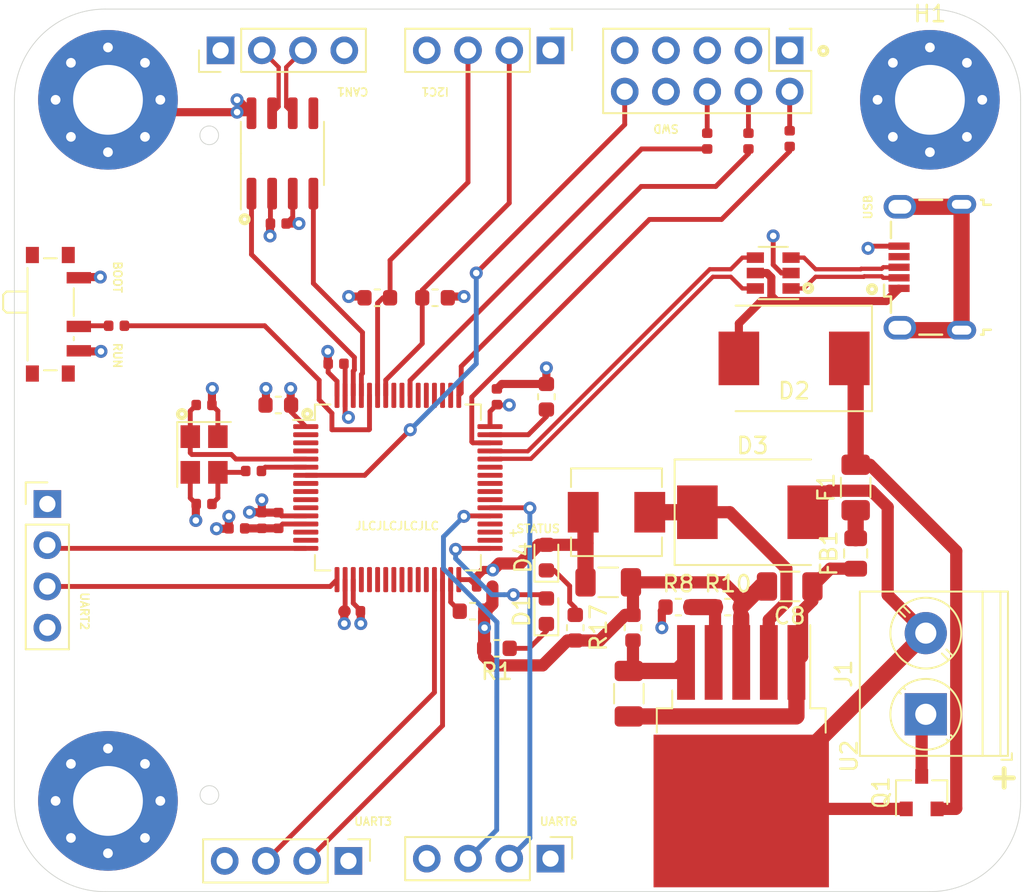
<source format=kicad_pcb>
(kicad_pcb (version 20171130) (host pcbnew 5.1.5+dfsg1-2build2)
  (layers (0 F.Cu signal) (1 In1.Cu power hide) (2 In2.Cu power hide) (31 B.Cu signal) (34 B.Paste user) (35 F.Paste user) (36 B.SilkS user) (37 F.SilkS user) (38 B.Mask user) (39 F.Mask user) (44 Edge.Cuts user))
  (net 0 "")
  (net 1 +3V3)
  (net 2 GND)
  (net 3 "Net-(C2-Pad1)")
  (net 4 "Net-(C4-Pad1)")
  (net 5 BUCK_IN)
  (net 6 +3.3VA)
  (net 7 HSE_IN)
  (net 8 "Net-(C13-Pad1)")
  (net 9 BUCK_SW)
  (net 10 LED_STATUS)
  (net 11 "Net-(D1-Pad1)")
  (net 12 "Net-(D2-Pad1)")
  (net 13 +5V)
  (net 14 "Net-(D4-Pad1)")
  (net 15 "Net-(F1-Pad1)")
  (net 16 USB_CONN_D-)
  (net 17 USB_CONN_D+)
  (net 18 "Net-(J2-Pad4)")
  (net 19 "Net-(J2-Pad6)")
  (net 20 I2C1_SDA)
  (net 21 I2C1_SCL)
  (net 22 USART2_TX)
  (net 23 USART2_RX)
  (net 24 "Net-(J5-Pad2)")
  (net 25 "Net-(J5-Pad4)")
  (net 26 "Net-(J5-Pad6)")
  (net 27 "Net-(J5-Pad7)")
  (net 28 "Net-(J5-Pad8)")
  (net 29 NRST)
  (net 30 USART3_TX)
  (net 31 USART3_RX)
  (net 32 USART6_TX)
  (net 33 USART6_RX)
  (net 34 BUCK_EN)
  (net 35 "Net-(R4-Pad1)")
  (net 36 BOOT0)
  (net 37 HSE_OUT)
  (net 38 BUCK_FB)
  (net 39 SWDIO)
  (net 40 SWCLK)
  (net 41 SWO)
  (net 42 "Net-(U1-Pad2)")
  (net 43 "Net-(U1-Pad3)")
  (net 44 "Net-(U1-Pad4)")
  (net 45 "Net-(U1-Pad8)")
  (net 46 "Net-(U1-Pad9)")
  (net 47 "Net-(U1-Pad10)")
  (net 48 "Net-(U1-Pad11)")
  (net 49 "Net-(U1-Pad14)")
  (net 50 "Net-(U1-Pad15)")
  (net 51 "Net-(U1-Pad20)")
  (net 52 "Net-(U1-Pad21)")
  (net 53 "Net-(U1-Pad22)")
  (net 54 "Net-(U1-Pad23)")
  (net 55 "Net-(U1-Pad24)")
  (net 56 "Net-(U1-Pad25)")
  (net 57 "Net-(U1-Pad26)")
  (net 58 "Net-(U1-Pad27)")
  (net 59 "Net-(U1-Pad28)")
  (net 60 "Net-(U1-Pad34)")
  (net 61 "Net-(U1-Pad35)")
  (net 62 "Net-(U1-Pad36)")
  (net 63 "Net-(U1-Pad39)")
  (net 64 "Net-(U1-Pad40)")
  (net 65 "Net-(U1-Pad41)")
  (net 66 "Net-(U1-Pad42)")
  (net 67 "Net-(U1-Pad43)")
  (net 68 USB_D-)
  (net 69 USB_D+)
  (net 70 "Net-(U1-Pad50)")
  (net 71 "Net-(U1-Pad51)")
  (net 72 "Net-(U1-Pad52)")
  (net 73 "Net-(U1-Pad53)")
  (net 74 "Net-(U1-Pad54)")
  (net 75 "Net-(U1-Pad56)")
  (net 76 "Net-(U1-Pad57)")
  (net 77 CAN1_RX)
  (net 78 CAN1_TX)
  (net 79 "Net-(U4-Pad5)")
  (net 80 CAN1_P)
  (net 81 CAN1_N)
  (net 82 +24V)
  (module TerminalBlock_Phoenix:TerminalBlock_Phoenix_PT-1,5-2-5.0-H_1x02_P5.00mm_Horizontal (layer F.Cu) (at 82.042 125.73 90)
    (fp_text reference J1 (at 2.5 -5.06 90) (layer F.SilkS))
    (fp_text value Screw_Terminal_01x02)
    (pad 2 thru_hole circle (at 5 0 90) (size 2.6 2.6) (drill 1.3) (layers *.Cu *.Mask) (net 2 GND))
    (pad 1 thru_hole rect (at 0 0 90) (size 2.6 2.6) (drill 1.3) (layers *.Cu *.Mask) (net 82 +24V))
  )
  (module Fuse:Fuse_1206_3216Metric (layer F.Cu) (at 77.724 111.76 90)
    (fp_text reference F1 (at 0 -1.82 90) (layer F.SilkS))
    (fp_text value 250mA)
    (pad 2 smd roundrect (at 1.4 0 90) (size 1.25 1.75) (layers F.Cu F.Paste F.Mask) (roundrect_rratio 0.2) (net 12 "Net-(D2-Pad1)"))
    (pad 1 smd roundrect (at -1.4 0 90) (size 1.25 1.75) (layers F.Cu F.Paste F.Mask) (roundrect_rratio 0.2) (net 15 "Net-(F1-Pad1)"))
  )
  (module Package_TO_SOT_SMD:SOT-23 (layer F.Cu) (at 81.788 130.556 90)
    (fp_text reference Q1 (at 0 -2.5 90) (layer F.SilkS))
    (fp_text value AO3401A)
    (pad 3 smd rect (at 1 0 90) (size 0.9 0.8) (layers F.Cu F.Paste F.Mask) (net 82 +24V))
    (pad 2 smd rect (at -1 0.95 90) (size 0.9 0.8) (layers F.Cu F.Paste F.Mask) (net 12 "Net-(D2-Pad1)"))
    (pad 1 smd rect (at -1 -0.95 90) (size 0.9 0.8) (layers F.Cu F.Paste F.Mask) (net 2 GND))
  )
  (module Inductor_SMD:L_0805_2012Metric (layer F.Cu) (at 77.724 115.824 90)
    (fp_text reference FB1 (at 0 -1.65 90) (layer F.SilkS))
    (fp_text value "600 @ 600MHz")
    (pad 2 smd roundrect (at 0.9375 0 90) (size 0.975 1.4) (layers F.Cu F.Paste F.Mask) (net 15 "Net-(F1-Pad1)"))
    (pad 1 smd roundrect (at -0.9375 0 90) (size 0.975 1.4) (layers F.Cu F.Paste F.Mask) (net 5 BUCK_IN))
  )
  (module Resistor_SMD:R_0603_1608Metric (layer F.Cu) (at 66.802 119.126)
    (fp_text reference R8 (at 0 -1.43) (layer F.SilkS))
    (fp_text value 1k7)
    (pad 2 smd roundrect (at 0.7875 0) (size 0.875 0.95) (layers F.Cu F.Paste F.Mask) (net 38 BUCK_FB))
    (pad 1 smd roundrect (at -0.7875 0) (size 0.875 0.95) (layers F.Cu F.Paste F.Mask) (net 1 +3V3))
  )
  (module Resistor_SMD:R_0603_1608Metric (layer F.Cu) (at 60.452 120.396 270)
    (fp_text reference R17 (at 0 -1.43 90) (layer F.SilkS))
    (fp_text value 1k)
    (pad 2 smd roundrect (at 0.7875 0 270) (size 0.875 0.95) (layers F.Cu F.Paste F.Mask) (net 2 GND))
    (pad 1 smd roundrect (at -0.7875 0 270) (size 0.875 0.95) (layers F.Cu F.Paste F.Mask) (net 14 "Net-(D4-Pad1)"))
  )
  (module Resistor_SMD:R_0603_1608Metric (layer F.Cu) (at 69.85 119.126)
    (fp_text reference R10 (at 0 -1.43) (layer F.SilkS))
    (fp_text value 1k)
    (pad 2 smd roundrect (at 0.7875 0) (size 0.875 0.95) (layers F.Cu F.Paste F.Mask) (net 2 GND))
    (pad 1 smd roundrect (at -0.7875 0) (size 0.875 0.95) (layers F.Cu F.Paste F.Mask) (net 38 BUCK_FB))
  )
  (module Resistor_SMD:R_0603_1608Metric (layer F.Cu) (at 64.008 120.396 90)
    (fp_text reference R3 hide)
    (fp_text value 47k)
    (pad 2 smd roundrect (at 0.7875 0 90) (size 0.875 0.95) (layers F.Cu F.Paste F.Mask) (net 2 GND))
    (pad 1 smd roundrect (at -0.7875 0 90) (size 0.875 0.95) (layers F.Cu F.Paste F.Mask) (net 34 BUCK_EN))
  )
  (module Resistor_SMD:R_0603_1608Metric (layer F.Cu) (at 55.626 121.666 180)
    (fp_text reference R1 (at 0 -1.43) (layer F.SilkS))
    (fp_text value 1k5)
    (pad 2 smd roundrect (at 0.7875 0 180) (size 0.875 0.95) (layers F.Cu F.Paste F.Mask) (net 2 GND))
    (pad 1 smd roundrect (at -0.7875 0 180) (size 0.875 0.95) (layers F.Cu F.Paste F.Mask) (net 11 "Net-(D1-Pad1)"))
  )
  (module Inductor_SMD:L_Sunlord_MWSA0518_5.4x5.2mm (layer F.Cu) (at 62.992 113.284 180)
    (fp_text reference L2 hide)
    (fp_text value 100u)
    (pad 2 smd rect (at 2.05 0 180) (size 1.9 2.5) (layers F.Cu F.Paste F.Mask) (net 1 +3V3))
    (pad 1 smd rect (at -2.05 0 180) (size 1.9 2.5) (layers F.Cu F.Paste F.Mask) (net 9 BUCK_SW))
  )
  (module Diode_SMD:D_0603_1608Metric (layer F.Cu) (at 58.674 116.078 90)
    (fp_text reference D4 (at 0 -1.43 90) (layer F.SilkS))
    (fp_text value RED)
    (pad 2 smd roundrect (at 0.7875 0 90) (size 0.875 0.95) (layers F.Cu F.Paste F.Mask) (net 1 +3V3))
    (pad 1 smd roundrect (at -0.7875 0 90) (size 0.875 0.95) (layers F.Cu F.Paste F.Mask) (net 14 "Net-(D4-Pad1)"))
  )
  (module Diode_SMD:D_SMC (layer F.Cu) (at 71.374 113.284)
    (fp_text reference D3 (at 0 -4.1) (layer F.SilkS))
    (fp_text value SS34)
    (pad 2 smd rect (at 3.4 0 90) (size 3.3 2.5) (layers F.Cu F.Paste F.Mask) (net 2 GND))
    (pad 1 smd rect (at -3.4 0 90) (size 3.3 2.5) (layers F.Cu F.Paste F.Mask) (net 9 BUCK_SW))
  )
  (module Diode_SMD:D_0603_1608Metric (layer F.Cu) (at 58.674 119.38 90)
    (fp_text reference D1 (at 0 -1.524 90) (layer F.SilkS))
    (fp_text value BLUE)
    (pad 2 smd roundrect (at 0.7875 0 90) (size 0.875 0.95) (layers F.Cu F.Paste F.Mask) (net 10 LED_STATUS))
    (pad 1 smd roundrect (at -0.7875 0 90) (size 0.875 0.95) (layers F.Cu F.Paste F.Mask) (net 11 "Net-(D1-Pad1)"))
  )
  (module Capacitor_SMD:C_1206_3216Metric (layer F.Cu) (at 62.484 117.602)
    (fp_text reference C15 hide)
    (fp_text value 1000u)
    (pad 2 smd roundrect (at 1.4 0) (size 1.25 1.75) (layers F.Cu F.Paste F.Mask) (roundrect_rratio 0.2) (net 2 GND))
    (pad 1 smd roundrect (at -1.4 0) (size 1.25 1.75) (layers F.Cu F.Paste F.Mask) (roundrect_rratio 0.2) (net 1 +3V3))
  )
  (module Capacitor_SMD:C_1206_3216Metric (layer F.Cu) (at 73.66 117.856 180)
    (fp_text reference C8 (at 0 -1.82) (layer F.SilkS))
    (fp_text value 100u)
    (pad 2 smd roundrect (at 1.4 0 180) (size 1.25 1.75) (layers F.Cu F.Paste F.Mask) (roundrect_rratio 0.2) (net 2 GND))
    (pad 1 smd roundrect (at -1.4 0 180) (size 1.25 1.75) (layers F.Cu F.Paste F.Mask) (roundrect_rratio 0.2) (net 5 BUCK_IN))
  )
  (module Diode_SMD:D_SMC (layer F.Cu) (at 73.93 103.81 180)
    (fp_text reference D2 (at 0 -2) (layer F.SilkS))
    (fp_text value SS34)
    (pad 2 smd rect (at 3.4 0 270) (size 3.3 2.5) (layers F.Cu F.Paste F.Mask) (net 13 +5V))
    (pad 1 smd rect (at -3.4 0 270) (size 3.3 2.5) (layers F.Cu F.Paste F.Mask) (net 12 "Net-(D2-Pad1)"))
  )
  (module Package_TO_SOT_SMD:TO-263-5_TabPin3 (layer F.Cu) (at 70.675 128.31 270)
    (fp_text reference U2 (at 0 -6.65 90) (layer F.SilkS))
    (fp_text value LM2576S-ADJ)
    (pad 3 smd rect (at 3.375 0 270) (size 9.4 10.8) (layers F.Cu F.Mask) (net 2 GND))
    (pad 5 smd rect (at -5.775 3.4 270) (size 4.6 1.1) (layers F.Cu F.Paste F.Mask) (net 34 BUCK_EN))
    (pad 4 smd rect (at -5.775 1.7 270) (size 4.6 1.1) (layers F.Cu F.Paste F.Mask) (net 38 BUCK_FB))
    (pad 3 smd rect (at -5.775 0 270) (size 4.6 1.1) (layers F.Cu F.Paste F.Mask) (net 2 GND))
    (pad 2 smd rect (at -5.775 -1.7 270) (size 4.6 1.1) (layers F.Cu F.Paste F.Mask) (net 9 BUCK_SW))
    (pad 1 smd rect (at -5.775 -3.4 270) (size 4.6 1.1) (layers F.Cu F.Paste F.Mask) (net 5 BUCK_IN))
  )
  (module Capacitor_SMD:C_1206_3216Metric (layer F.Cu) (at 63.754 124.46 90)
    (fp_text reference C6 hide)
    (fp_text value 100n)
    (pad 2 smd roundrect (at 1.4 0 90) (size 1.25 1.75) (layers F.Cu F.Paste F.Mask) (roundrect_rratio 0.2) (net 34 BUCK_EN))
    (pad 1 smd roundrect (at -1.4 0 90) (size 1.25 1.75) (layers F.Cu F.Paste F.Mask) (roundrect_rratio 0.2) (net 5 BUCK_IN))
  )
  (module Connector_PinHeader_2.54mm:PinHeader_1x04_P2.54mm_Vertical (layer F.Cu) (at 46.482 134.76 270)
    (fp_text reference J8)
    (fp_text value USART3)
    (pad 4 thru_hole oval (at 0 7.62 270) (size 1.7 1.7) (drill 1) (layers *.Cu *.Mask) (net 2 GND))
    (pad 3 thru_hole oval (at 0 5.08 270) (size 1.7 1.7) (drill 1) (layers *.Cu *.Mask) (net 31 USART3_RX))
    (pad 2 thru_hole oval (at 0 2.54 270) (size 1.7 1.7) (drill 1) (layers *.Cu *.Mask) (net 30 USART3_TX))
    (pad 1 thru_hole rect (at 0 0 270) (size 1.7 1.7) (drill 1) (layers *.Cu *.Mask) (net 1 +3V3))
  )
  (module Connector_PinHeader_2.54mm:PinHeader_1x04_P2.54mm_Vertical (layer F.Cu) (at 58.928 134.62 270)
    (fp_text reference J6)
    (fp_text value USART6)
    (pad 4 thru_hole oval (at 0 7.62 270) (size 1.7 1.7) (drill 1) (layers *.Cu *.Mask) (net 2 GND))
    (pad 3 thru_hole oval (at 0 5.08 270) (size 1.7 1.7) (drill 1) (layers *.Cu *.Mask) (net 32 USART6_TX))
    (pad 2 thru_hole oval (at 0 2.54 270) (size 1.7 1.7) (drill 1) (layers *.Cu *.Mask) (net 33 USART6_RX))
    (pad 1 thru_hole rect (at 0 0 270) (size 1.7 1.7) (drill 1) (layers *.Cu *.Mask) (net 1 +3V3))
  )
  (module Capacitor_SMD:C_0603_1608Metric (layer F.Cu) (at 42.164 106.68 180)
    (fp_text reference C1)
    (fp_text value 4u7)
    (pad 1 smd roundrect (at -0.7875 0 180) (size 0.875 0.95) (layers F.Cu F.Paste F.Mask) (net 1 +3V3))
    (pad 2 smd roundrect (at 0.7875 0 180) (size 0.875 0.95) (layers F.Cu F.Paste F.Mask) (net 2 GND))
  )
  (module Capacitor_SMD:C_0603_1608Metric (layer F.Cu) (at 54.1275 119.38)
    (fp_text reference C2)
    (fp_text value 2u2)
    (pad 2 smd roundrect (at 0.7875 0) (size 0.875 0.95) (layers F.Cu F.Paste F.Mask) (net 2 GND))
    (pad 1 smd roundrect (at -0.7875 0) (size 0.875 0.95) (layers F.Cu F.Paste F.Mask) (net 3 "Net-(C2-Pad1)"))
  )
  (module Capacitor_SMD:C_0402_1005Metric (layer F.Cu) (at 46.736 119.38 180)
    (fp_text reference C3)
    (fp_text value 100n)
    (pad 2 smd roundrect (at 0.485 0 180) (size 0.59 0.64) (layers F.Cu F.Paste F.Mask) (net 2 GND))
    (pad 1 smd roundrect (at -0.485 0 180) (size 0.59 0.64) (layers F.Cu F.Paste F.Mask) (net 1 +3V3))
  )
  (module Capacitor_SMD:C_0603_1608Metric (layer F.Cu) (at 58.674 106.172 90)
    (fp_text reference C4)
    (fp_text value 2u2)
    (pad 1 smd roundrect (at -0.7875 0 90) (size 0.875 0.95) (layers F.Cu F.Paste F.Mask) (net 4 "Net-(C4-Pad1)"))
    (pad 2 smd roundrect (at 0.7875 0 90) (size 0.875 0.95) (layers F.Cu F.Paste F.Mask) (net 2 GND))
  )
  (module Capacitor_SMD:C_0402_1005Metric (layer F.Cu) (at 54.864 117.856)
    (fp_text reference C5)
    (fp_text value 100n)
    (pad 1 smd roundrect (at -0.485 0) (size 0.59 0.64) (layers F.Cu F.Paste F.Mask) (net 1 +3V3))
    (pad 2 smd roundrect (at 0.485 0) (size 0.59 0.64) (layers F.Cu F.Paste F.Mask) (net 2 GND))
  )
  (module Capacitor_SMD:C_0402_1005Metric (layer F.Cu) (at 55.626 106.172 90)
    (fp_text reference C7)
    (fp_text value 100n)
    (pad 1 smd roundrect (at -0.485 0 90) (size 0.59 0.64) (layers F.Cu F.Paste F.Mask) (net 1 +3V3))
    (pad 2 smd roundrect (at 0.485 0 90) (size 0.59 0.64) (layers F.Cu F.Paste F.Mask) (net 2 GND))
  )
  (module Capacitor_SMD:C_0402_1005Metric (layer F.Cu) (at 45.72 104.14)
    (fp_text reference C9)
    (fp_text value 100n)
    (pad 2 smd roundrect (at 0.485 0) (size 0.59 0.64) (layers F.Cu F.Paste F.Mask) (net 2 GND))
    (pad 1 smd roundrect (at -0.485 0) (size 0.59 0.64) (layers F.Cu F.Paste F.Mask) (net 1 +3V3))
  )
  (module Capacitor_SMD:C_0402_1005Metric (layer F.Cu) (at 41.148 113.792 90)
    (fp_text reference C10)
    (fp_text value 1u)
    (pad 1 smd roundrect (at -0.485 0 90) (size 0.59 0.64) (layers F.Cu F.Paste F.Mask) (net 6 +3.3VA))
    (pad 2 smd roundrect (at 0.485 0 90) (size 0.59 0.64) (layers F.Cu F.Paste F.Mask) (net 2 GND))
  )
  (module Capacitor_SMD:C_0402_1005Metric (layer F.Cu) (at 42.164 113.792 90)
    (fp_text reference C11)
    (fp_text value 10n)
    (pad 1 smd roundrect (at -0.485 0 90) (size 0.59 0.64) (layers F.Cu F.Paste F.Mask) (net 6 +3.3VA))
    (pad 2 smd roundrect (at 0.485 0 90) (size 0.59 0.64) (layers F.Cu F.Paste F.Mask) (net 2 GND))
  )
  (module Capacitor_SMD:C_0402_1005Metric (layer F.Cu) (at 37.592 106.68)
    (fp_text reference C12)
    (fp_text value 12p)
    (pad 2 smd roundrect (at 0.485 0) (size 0.59 0.64) (layers F.Cu F.Paste F.Mask) (net 2 GND))
    (pad 1 smd roundrect (at -0.485 0) (size 0.59 0.64) (layers F.Cu F.Paste F.Mask) (net 7 HSE_IN))
  )
  (module Capacitor_SMD:C_0402_1005Metric (layer F.Cu) (at 37.592 112.776 180)
    (fp_text reference C13)
    (fp_text value 12p)
    (pad 1 smd roundrect (at -0.485 0 180) (size 0.59 0.64) (layers F.Cu F.Paste F.Mask) (net 8 "Net-(C13-Pad1)"))
    (pad 2 smd roundrect (at 0.485 0 180) (size 0.59 0.64) (layers F.Cu F.Paste F.Mask) (net 2 GND))
  )
  (module Capacitor_SMD:C_0402_1005Metric (layer F.Cu) (at 42.164 95.504 180)
    (fp_text reference C17)
    (fp_text value 100n)
    (pad 2 smd roundrect (at 0.485 0 180) (size 0.59 0.64) (layers F.Cu F.Paste F.Mask) (net 2 GND))
    (pad 1 smd roundrect (at -0.485 0 180) (size 0.59 0.64) (layers F.Cu F.Paste F.Mask) (net 1 +3V3))
  )
  (module MountingHole:MountingHole_4.3mm_M4_Pad_Via (layer F.Cu) (at 82.296 87.884)
    (fp_text reference H1 (at 0 -5.3) (layer F.SilkS))
    (fp_text value MountingHole_Pad)
    (pad 1 thru_hole circle (at 2.280419 -2.280419) (size 0.9 0.9) (drill 0.6) (layers *.Cu *.Mask) (net 2 GND))
    (pad 1 thru_hole circle (at 0 -3.225) (size 0.9 0.9) (drill 0.6) (layers *.Cu *.Mask) (net 2 GND))
    (pad 1 thru_hole circle (at -2.280419 -2.280419) (size 0.9 0.9) (drill 0.6) (layers *.Cu *.Mask) (net 2 GND))
    (pad 1 thru_hole circle (at -3.225 0) (size 0.9 0.9) (drill 0.6) (layers *.Cu *.Mask) (net 2 GND))
    (pad 1 thru_hole circle (at -2.280419 2.280419) (size 0.9 0.9) (drill 0.6) (layers *.Cu *.Mask) (net 2 GND))
    (pad 1 thru_hole circle (at 0 3.225) (size 0.9 0.9) (drill 0.6) (layers *.Cu *.Mask) (net 2 GND))
    (pad 1 thru_hole circle (at 2.280419 2.280419) (size 0.9 0.9) (drill 0.6) (layers *.Cu *.Mask) (net 2 GND))
    (pad 1 thru_hole circle (at 3.225 0) (size 0.9 0.9) (drill 0.6) (layers *.Cu *.Mask) (net 2 GND))
    (pad 1 thru_hole circle (at 0 0) (size 8.6 8.6) (drill 4.3) (layers *.Cu *.Mask) (net 2 GND))
  )
  (module MountingHole:MountingHole_4.3mm_M4_Pad_Via (layer F.Cu) (at 31.673 87.884 180)
    (fp_text reference H3)
    (fp_text value MountingHole_Pad)
    (pad 1 thru_hole circle (at 2.280419 -2.280419 180) (size 0.9 0.9) (drill 0.6) (layers *.Cu *.Mask) (net 2 GND))
    (pad 1 thru_hole circle (at 0 -3.225 180) (size 0.9 0.9) (drill 0.6) (layers *.Cu *.Mask) (net 2 GND))
    (pad 1 thru_hole circle (at -2.280419 -2.280419 180) (size 0.9 0.9) (drill 0.6) (layers *.Cu *.Mask) (net 2 GND))
    (pad 1 thru_hole circle (at -3.225 0 180) (size 0.9 0.9) (drill 0.6) (layers *.Cu *.Mask) (net 2 GND))
    (pad 1 thru_hole circle (at -2.280419 2.280419 180) (size 0.9 0.9) (drill 0.6) (layers *.Cu *.Mask) (net 2 GND))
    (pad 1 thru_hole circle (at 0 3.225 180) (size 0.9 0.9) (drill 0.6) (layers *.Cu *.Mask) (net 2 GND))
    (pad 1 thru_hole circle (at 2.280419 2.280419 180) (size 0.9 0.9) (drill 0.6) (layers *.Cu *.Mask) (net 2 GND))
    (pad 1 thru_hole circle (at 3.225 0 180) (size 0.9 0.9) (drill 0.6) (layers *.Cu *.Mask) (net 2 GND))
    (pad 1 thru_hole circle (at 0 0 180) (size 8.6 8.6) (drill 4.3) (layers *.Cu *.Mask) (net 2 GND))
  )
  (module MountingHole:MountingHole_4.3mm_M4_Pad_Via (layer F.Cu) (at 31.673 131.064)
    (fp_text reference H4)
    (fp_text value MountingHole_Pad)
    (pad 1 thru_hole circle (at 0 0) (size 8.6 8.6) (drill 4.3) (layers *.Cu *.Mask) (net 2 GND))
    (pad 1 thru_hole circle (at 3.225 0) (size 0.9 0.9) (drill 0.6) (layers *.Cu *.Mask) (net 2 GND))
    (pad 1 thru_hole circle (at 2.280419 2.280419) (size 0.9 0.9) (drill 0.6) (layers *.Cu *.Mask) (net 2 GND))
    (pad 1 thru_hole circle (at 0 3.225) (size 0.9 0.9) (drill 0.6) (layers *.Cu *.Mask) (net 2 GND))
    (pad 1 thru_hole circle (at -2.280419 2.280419) (size 0.9 0.9) (drill 0.6) (layers *.Cu *.Mask) (net 2 GND))
    (pad 1 thru_hole circle (at -3.225 0) (size 0.9 0.9) (drill 0.6) (layers *.Cu *.Mask) (net 2 GND))
    (pad 1 thru_hole circle (at -2.280419 -2.280419) (size 0.9 0.9) (drill 0.6) (layers *.Cu *.Mask) (net 2 GND))
    (pad 1 thru_hole circle (at 0 -3.225) (size 0.9 0.9) (drill 0.6) (layers *.Cu *.Mask) (net 2 GND))
    (pad 1 thru_hole circle (at 2.280419 -2.280419) (size 0.9 0.9) (drill 0.6) (layers *.Cu *.Mask) (net 2 GND))
  )
  (module Connector_USB:USB_Micro-B_Wuerth_629105150521 (layer F.Cu) (at 82.296 98.1964 90)
    (fp_text reference J2)
    (fp_text value USB_B_Micro)
    (pad 1 smd rect (at -1.3 -1.9 90) (size 0.45 1.3) (layers F.Cu F.Paste F.Mask) (net 13 +5V))
    (pad 2 smd rect (at -0.65 -1.9 90) (size 0.45 1.3) (layers F.Cu F.Paste F.Mask) (net 16 USB_CONN_D-))
    (pad 3 smd rect (at 0 -1.9 90) (size 0.45 1.3) (layers F.Cu F.Paste F.Mask) (net 17 USB_CONN_D+))
    (pad 4 smd rect (at 0.65 -1.9 90) (size 0.45 1.3) (layers F.Cu F.Paste F.Mask) (net 18 "Net-(J2-Pad4)"))
    (pad 5 smd rect (at 1.3 -1.9 90) (size 0.45 1.3) (layers F.Cu F.Paste F.Mask) (net 2 GND))
    (pad 6 thru_hole oval (at -3.725 -1.85 90) (size 1.45 2) (drill oval 0.85 1.4) (layers *.Cu *.Mask) (net 19 "Net-(J2-Pad6)"))
    (pad 6 thru_hole oval (at 3.725 -1.85 90) (size 1.45 2) (drill oval 0.85 1.4) (layers *.Cu *.Mask) (net 19 "Net-(J2-Pad6)"))
    (pad 6 thru_hole oval (at -3.875 1.95 90) (size 1.15 1.8) (drill oval 0.55 1.2) (layers *.Cu *.Mask) (net 19 "Net-(J2-Pad6)"))
    (pad 6 thru_hole oval (at 3.875 1.95 90) (size 1.15 1.8) (drill oval 0.55 1.2) (layers *.Cu *.Mask) (net 19 "Net-(J2-Pad6)"))
    (pad "" np_thru_hole oval (at -2.5 -0.8 90) (size 0.8 0.8) (drill 0.8) (layers *.Cu *.Mask))
    (pad "" np_thru_hole oval (at 2.5 -0.8 90) (size 0.8 0.8) (drill 0.8) (layers *.Cu *.Mask))
  )
  (module Connector_PinHeader_2.54mm:PinHeader_1x04_P2.54mm_Vertical (layer F.Cu) (at 58.928 84.836 270)
    (fp_text reference J3)
    (fp_text value I2C1)
    (pad 4 thru_hole oval (at 0 7.62 270) (size 1.7 1.7) (drill 1) (layers *.Cu *.Mask) (net 2 GND))
    (pad 3 thru_hole oval (at 0 5.08 270) (size 1.7 1.7) (drill 1) (layers *.Cu *.Mask) (net 20 I2C1_SDA))
    (pad 2 thru_hole oval (at 0 2.54 270) (size 1.7 1.7) (drill 1) (layers *.Cu *.Mask) (net 21 I2C1_SCL))
    (pad 1 thru_hole rect (at 0 0 270) (size 1.7 1.7) (drill 1) (layers *.Cu *.Mask) (net 1 +3V3))
  )
  (module Connector_PinHeader_2.54mm:PinHeader_1x04_P2.54mm_Vertical (layer F.Cu) (at 27.94 112.776)
    (fp_text reference J4)
    (fp_text value USART2)
    (pad 1 thru_hole rect (at 0 0) (size 1.7 1.7) (drill 1) (layers *.Cu *.Mask) (net 1 +3V3))
    (pad 2 thru_hole oval (at 0 2.54) (size 1.7 1.7) (drill 1) (layers *.Cu *.Mask) (net 22 USART2_TX))
    (pad 3 thru_hole oval (at 0 5.08) (size 1.7 1.7) (drill 1) (layers *.Cu *.Mask) (net 23 USART2_RX))
    (pad 4 thru_hole oval (at 0 7.62) (size 1.7 1.7) (drill 1) (layers *.Cu *.Mask) (net 2 GND))
  )
  (module Connector_PinHeader_2.54mm:PinHeader_2x05_P2.54mm_Vertical (layer F.Cu) (at 73.66 84.836 270)
    (fp_text reference J5)
    (fp_text value SWD)
    (pad 1 thru_hole rect (at 0 0 270) (size 1.7 1.7) (drill 1) (layers *.Cu *.Mask) (net 1 +3V3))
    (pad 2 thru_hole oval (at 2.54 0 270) (size 1.7 1.7) (drill 1) (layers *.Cu *.Mask) (net 24 "Net-(J5-Pad2)"))
    (pad 3 thru_hole oval (at 0 2.54 270) (size 1.7 1.7) (drill 1) (layers *.Cu *.Mask) (net 2 GND))
    (pad 4 thru_hole oval (at 2.54 2.54 270) (size 1.7 1.7) (drill 1) (layers *.Cu *.Mask) (net 25 "Net-(J5-Pad4)"))
    (pad 5 thru_hole oval (at 0 5.08 270) (size 1.7 1.7) (drill 1) (layers *.Cu *.Mask) (net 2 GND))
    (pad 6 thru_hole oval (at 2.54 5.08 270) (size 1.7 1.7) (drill 1) (layers *.Cu *.Mask) (net 26 "Net-(J5-Pad6)"))
    (pad 7 thru_hole oval (at 0 7.62 270) (size 1.7 1.7) (drill 1) (layers *.Cu *.Mask) (net 27 "Net-(J5-Pad7)"))
    (pad 8 thru_hole oval (at 2.54 7.62 270) (size 1.7 1.7) (drill 1) (layers *.Cu *.Mask) (net 28 "Net-(J5-Pad8)"))
    (pad 9 thru_hole oval (at 0 10.16 270) (size 1.7 1.7) (drill 1) (layers *.Cu *.Mask) (net 2 GND))
    (pad 10 thru_hole oval (at 2.54 10.16 270) (size 1.7 1.7) (drill 1) (layers *.Cu *.Mask) (net 29 NRST))
  )
  (module Connector_PinHeader_2.54mm:PinHeader_1x04_P2.54mm_Vertical (layer F.Cu) (at 38.608 84.836 90)
    (fp_text reference J7)
    (fp_text value CAN1)
    (pad 1 thru_hole rect (at 0 0 90) (size 1.7 1.7) (drill 1) (layers *.Cu *.Mask) (net 1 +3V3))
    (pad 2 thru_hole oval (at 0 2.54 90) (size 1.7 1.7) (drill 1) (layers *.Cu *.Mask) (net 80 CAN1_P))
    (pad 3 thru_hole oval (at 0 5.08 90) (size 1.7 1.7) (drill 1) (layers *.Cu *.Mask) (net 81 CAN1_N))
    (pad 4 thru_hole oval (at 0 7.62 90) (size 1.7 1.7) (drill 1) (layers *.Cu *.Mask) (net 2 GND))
  )
  (module Inductor_SMD:L_0402_1005Metric (layer F.Cu) (at 39.61 114.28)
    (fp_text reference L1)
    (fp_text value 39n)
    (pad 1 smd roundrect (at -0.485 0) (size 0.59 0.64) (layers F.Cu F.Paste F.Mask) (net 1 +3V3))
    (pad 2 smd roundrect (at 0.485 0) (size 0.59 0.64) (layers F.Cu F.Paste F.Mask) (net 6 +3.3VA))
  )
  (module Resistor_SMD:R_0402_1005Metric (layer F.Cu) (at 32.2 101.8)
    (fp_text reference R4)
    (fp_text value 10k)
    (pad 1 smd roundrect (at -0.485 0) (size 0.59 0.64) (layers F.Cu F.Paste F.Mask) (net 35 "Net-(R4-Pad1)"))
    (pad 2 smd roundrect (at 0.485 0) (size 0.59 0.64) (layers F.Cu F.Paste F.Mask) (net 36 BOOT0))
  )
  (module Resistor_SMD:R_0603_1608Metric (layer F.Cu) (at 51.816 100.076 180)
    (fp_text reference R5)
    (fp_text value 2k2)
    (pad 1 smd roundrect (at -0.7875 0 180) (size 0.875 0.95) (layers F.Cu F.Paste F.Mask) (net 1 +3V3))
    (pad 2 smd roundrect (at 0.7875 0 180) (size 0.875 0.95) (layers F.Cu F.Paste F.Mask) (net 21 I2C1_SCL))
  )
  (module Resistor_SMD:R_0603_1608Metric (layer F.Cu) (at 48.26 100.076)
    (fp_text reference R6)
    (fp_text value 2k2)
    (pad 2 smd roundrect (at 0.7875 0) (size 0.875 0.95) (layers F.Cu F.Paste F.Mask) (net 20 I2C1_SDA))
    (pad 1 smd roundrect (at -0.7875 0) (size 0.875 0.95) (layers F.Cu F.Paste F.Mask) (net 1 +3V3))
  )
  (module Resistor_SMD:R_0402_1005Metric (layer F.Cu) (at 40.64 110.744 180)
    (fp_text reference R7)
    (fp_text value 47)
    (pad 2 smd roundrect (at 0.485 0 180) (size 0.59 0.64) (layers F.Cu F.Paste F.Mask) (net 8 "Net-(C13-Pad1)"))
    (pad 1 smd roundrect (at -0.485 0 180) (size 0.59 0.64) (layers F.Cu F.Paste F.Mask) (net 37 HSE_OUT))
  )
  (module Resistor_SMD:R_0402_1005Metric (layer F.Cu) (at 73.66 90.274 90)
    (fp_text reference R11)
    (fp_text value 22)
    (pad 1 smd roundrect (at -0.485 0 90) (size 0.59 0.64) (layers F.Cu F.Paste F.Mask) (net 39 SWDIO))
    (pad 2 smd roundrect (at 0.485 0 90) (size 0.59 0.64) (layers F.Cu F.Paste F.Mask) (net 24 "Net-(J5-Pad2)"))
  )
  (module Resistor_SMD:R_0402_1005Metric (layer F.Cu) (at 71.12 90.424 90)
    (fp_text reference R12)
    (fp_text value 22)
    (pad 2 smd roundrect (at 0.485 0 90) (size 0.59 0.64) (layers F.Cu F.Paste F.Mask) (net 25 "Net-(J5-Pad4)"))
    (pad 1 smd roundrect (at -0.485 0 90) (size 0.59 0.64) (layers F.Cu F.Paste F.Mask) (net 40 SWCLK))
  )
  (module Resistor_SMD:R_0402_1005Metric (layer F.Cu) (at 68.58 90.424 90)
    (fp_text reference R14)
    (fp_text value 22)
    (pad 1 smd roundrect (at -0.485 0 90) (size 0.59 0.64) (layers F.Cu F.Paste F.Mask) (net 41 SWO))
    (pad 2 smd roundrect (at 0.485 0 90) (size 0.59 0.64) (layers F.Cu F.Paste F.Mask) (net 26 "Net-(J5-Pad6)"))
  )
  (module Button_Switch_SMD:SW_SPDT_PCM12 (layer F.Cu) (at 28.448 101.092 270)
    (fp_text reference SW1)
    (fp_text value SW_SPDT)
    (pad "" np_thru_hole circle (at -1.5 0.33 270) (size 0.9 0.9) (drill 0.9) (layers *.Cu *.Mask))
    (pad "" np_thru_hole circle (at 1.5 0.33 270) (size 0.9 0.9) (drill 0.9) (layers *.Cu *.Mask))
    (pad 1 smd rect (at -2.25 -1.43 270) (size 0.7 1.5) (layers F.Cu F.Paste F.Mask) (net 1 +3V3))
    (pad 2 smd rect (at 0.75 -1.43 270) (size 0.7 1.5) (layers F.Cu F.Paste F.Mask) (net 35 "Net-(R4-Pad1)"))
    (pad 3 smd rect (at 2.25 -1.43 270) (size 0.7 1.5) (layers F.Cu F.Paste F.Mask) (net 2 GND))
    (pad "" smd rect (at -3.65 1.43 270) (size 1 0.8) (layers F.Cu F.Paste F.Mask))
    (pad "" smd rect (at 3.65 1.43 270) (size 1 0.8) (layers F.Cu F.Paste F.Mask))
    (pad "" smd rect (at 3.65 -0.78 270) (size 1 0.8) (layers F.Cu F.Paste F.Mask))
    (pad "" smd rect (at -3.65 -0.78 270) (size 1 0.8) (layers F.Cu F.Paste F.Mask))
  )
  (module Package_QFP:LQFP-64_10x10mm_P0.5mm (layer F.Cu) (at 49.53 111.76)
    (fp_text reference U1)
    (fp_text value STM32F405RGT6)
    (pad 1 smd roundrect (at -5.675 -3.75) (size 1.55 0.3) (layers F.Cu F.Paste F.Mask) (net 1 +3V3))
    (pad 2 smd roundrect (at -5.675 -3.25) (size 1.55 0.3) (layers F.Cu F.Paste F.Mask) (net 42 "Net-(U1-Pad2)"))
    (pad 3 smd roundrect (at -5.675 -2.75) (size 1.55 0.3) (layers F.Cu F.Paste F.Mask) (net 43 "Net-(U1-Pad3)"))
    (pad 4 smd roundrect (at -5.675 -2.25) (size 1.55 0.3) (layers F.Cu F.Paste F.Mask) (net 44 "Net-(U1-Pad4)"))
    (pad 5 smd roundrect (at -5.675 -1.75) (size 1.55 0.3) (layers F.Cu F.Paste F.Mask) (net 7 HSE_IN))
    (pad 6 smd roundrect (at -5.675 -1.25) (size 1.55 0.3) (layers F.Cu F.Paste F.Mask) (net 37 HSE_OUT))
    (pad 7 smd roundrect (at -5.675 -0.75) (size 1.55 0.3) (layers F.Cu F.Paste F.Mask) (net 29 NRST))
    (pad 8 smd roundrect (at -5.675 -0.25) (size 1.55 0.3) (layers F.Cu F.Paste F.Mask) (net 45 "Net-(U1-Pad8)"))
    (pad 9 smd roundrect (at -5.675 0.25) (size 1.55 0.3) (layers F.Cu F.Paste F.Mask) (net 46 "Net-(U1-Pad9)"))
    (pad 10 smd roundrect (at -5.675 0.75) (size 1.55 0.3) (layers F.Cu F.Paste F.Mask) (net 47 "Net-(U1-Pad10)"))
    (pad 11 smd roundrect (at -5.675 1.25) (size 1.55 0.3) (layers F.Cu F.Paste F.Mask) (net 48 "Net-(U1-Pad11)"))
    (pad 12 smd roundrect (at -5.675 1.75) (size 1.55 0.3) (layers F.Cu F.Paste F.Mask) (net 2 GND))
    (pad 13 smd roundrect (at -5.675 2.25) (size 1.55 0.3) (layers F.Cu F.Paste F.Mask) (net 6 +3.3VA))
    (pad 14 smd roundrect (at -5.675 2.75) (size 1.55 0.3) (layers F.Cu F.Paste F.Mask) (net 49 "Net-(U1-Pad14)"))
    (pad 15 smd roundrect (at -5.675 3.25) (size 1.55 0.3) (layers F.Cu F.Paste F.Mask) (net 50 "Net-(U1-Pad15)"))
    (pad 16 smd roundrect (at -5.675 3.75) (size 1.55 0.3) (layers F.Cu F.Paste F.Mask) (net 22 USART2_TX))
    (pad 17 smd roundrect (at -3.75 5.675) (size 0.3 1.55) (layers F.Cu F.Paste F.Mask) (net 23 USART2_RX))
    (pad 18 smd roundrect (at -3.25 5.675) (size 0.3 1.55) (layers F.Cu F.Paste F.Mask) (net 2 GND))
    (pad 19 smd roundrect (at -2.75 5.675) (size 0.3 1.55) (layers F.Cu F.Paste F.Mask) (net 1 +3V3))
    (pad 20 smd roundrect (at -2.25 5.675) (size 0.3 1.55) (layers F.Cu F.Paste F.Mask) (net 51 "Net-(U1-Pad20)"))
    (pad 21 smd roundrect (at -1.75 5.675) (size 0.3 1.55) (layers F.Cu F.Paste F.Mask) (net 52 "Net-(U1-Pad21)"))
    (pad 22 smd roundrect (at -1.25 5.675) (size 0.3 1.55) (layers F.Cu F.Paste F.Mask) (net 53 "Net-(U1-Pad22)"))
    (pad 23 smd roundrect (at -0.75 5.675) (size 0.3 1.55) (layers F.Cu F.Paste F.Mask) (net 54 "Net-(U1-Pad23)"))
    (pad 24 smd roundrect (at -0.25 5.675) (size 0.3 1.55) (layers F.Cu F.Paste F.Mask) (net 55 "Net-(U1-Pad24)"))
    (pad 25 smd roundrect (at 0.25 5.675) (size 0.3 1.55) (layers F.Cu F.Paste F.Mask) (net 56 "Net-(U1-Pad25)"))
    (pad 26 smd roundrect (at 0.75 5.675) (size 0.3 1.55) (layers F.Cu F.Paste F.Mask) (net 57 "Net-(U1-Pad26)"))
    (pad 27 smd roundrect (at 1.25 5.675) (size 0.3 1.55) (layers F.Cu F.Paste F.Mask) (net 58 "Net-(U1-Pad27)"))
    (pad 28 smd roundrect (at 1.75 5.675) (size 0.3 1.55) (layers F.Cu F.Paste F.Mask) (net 59 "Net-(U1-Pad28)"))
    (pad 29 smd roundrect (at 2.25 5.675) (size 0.3 1.55) (layers F.Cu F.Paste F.Mask) (net 31 USART3_RX))
    (pad 30 smd roundrect (at 2.75 5.675) (size 0.3 1.55) (layers F.Cu F.Paste F.Mask) (net 30 USART3_TX))
    (pad 31 smd roundrect (at 3.25 5.675) (size 0.3 1.55) (layers F.Cu F.Paste F.Mask) (net 3 "Net-(C2-Pad1)"))
    (pad 32 smd roundrect (at 3.75 5.675) (size 0.3 1.55) (layers F.Cu F.Paste F.Mask) (net 1 +3V3))
    (pad 33 smd roundrect (at 5.675 3.75) (size 1.55 0.3) (layers F.Cu F.Paste F.Mask) (net 10 LED_STATUS))
    (pad 34 smd roundrect (at 5.675 3.25) (size 1.55 0.3) (layers F.Cu F.Paste F.Mask) (net 60 "Net-(U1-Pad34)"))
    (pad 35 smd roundrect (at 5.675 2.75) (size 1.55 0.3) (layers F.Cu F.Paste F.Mask) (net 61 "Net-(U1-Pad35)"))
    (pad 36 smd roundrect (at 5.675 2.25) (size 1.55 0.3) (layers F.Cu F.Paste F.Mask) (net 62 "Net-(U1-Pad36)"))
    (pad 37 smd roundrect (at 5.675 1.75) (size 1.55 0.3) (layers F.Cu F.Paste F.Mask) (net 32 USART6_TX))
    (pad 38 smd roundrect (at 5.675 1.25) (size 1.55 0.3) (layers F.Cu F.Paste F.Mask) (net 33 USART6_RX))
    (pad 39 smd roundrect (at 5.675 0.75) (size 1.55 0.3) (layers F.Cu F.Paste F.Mask) (net 63 "Net-(U1-Pad39)"))
    (pad 40 smd roundrect (at 5.675 0.25) (size 1.55 0.3) (layers F.Cu F.Paste F.Mask) (net 64 "Net-(U1-Pad40)"))
    (pad 41 smd roundrect (at 5.675 -0.25) (size 1.55 0.3) (layers F.Cu F.Paste F.Mask) (net 65 "Net-(U1-Pad41)"))
    (pad 42 smd roundrect (at 5.675 -0.75) (size 1.55 0.3) (layers F.Cu F.Paste F.Mask) (net 66 "Net-(U1-Pad42)"))
    (pad 43 smd roundrect (at 5.675 -1.25) (size 1.55 0.3) (layers F.Cu F.Paste F.Mask) (net 67 "Net-(U1-Pad43)"))
    (pad 44 smd roundrect (at 5.675 -1.75) (size 1.55 0.3) (layers F.Cu F.Paste F.Mask) (net 68 USB_D-))
    (pad 45 smd roundrect (at 5.675 -2.25) (size 1.55 0.3) (layers F.Cu F.Paste F.Mask) (net 69 USB_D+))
    (pad 46 smd roundrect (at 5.675 -2.75) (size 1.55 0.3) (layers F.Cu F.Paste F.Mask) (net 39 SWDIO))
    (pad 47 smd roundrect (at 5.675 -3.25) (size 1.55 0.3) (layers F.Cu F.Paste F.Mask) (net 4 "Net-(C4-Pad1)"))
    (pad 48 smd roundrect (at 5.675 -3.75) (size 1.55 0.3) (layers F.Cu F.Paste F.Mask) (net 1 +3V3))
    (pad 49 smd roundrect (at 3.75 -5.675) (size 0.3 1.55) (layers F.Cu F.Paste F.Mask) (net 40 SWCLK))
    (pad 50 smd roundrect (at 3.25 -5.675) (size 0.3 1.55) (layers F.Cu F.Paste F.Mask) (net 70 "Net-(U1-Pad50)"))
    (pad 51 smd roundrect (at 2.75 -5.675) (size 0.3 1.55) (layers F.Cu F.Paste F.Mask) (net 71 "Net-(U1-Pad51)"))
    (pad 52 smd roundrect (at 2.25 -5.675) (size 0.3 1.55) (layers F.Cu F.Paste F.Mask) (net 72 "Net-(U1-Pad52)"))
    (pad 53 smd roundrect (at 1.75 -5.675) (size 0.3 1.55) (layers F.Cu F.Paste F.Mask) (net 73 "Net-(U1-Pad53)"))
    (pad 54 smd roundrect (at 1.25 -5.675) (size 0.3 1.55) (layers F.Cu F.Paste F.Mask) (net 74 "Net-(U1-Pad54)"))
    (pad 55 smd roundrect (at 0.75 -5.675) (size 0.3 1.55) (layers F.Cu F.Paste F.Mask) (net 41 SWO))
    (pad 56 smd roundrect (at 0.25 -5.675) (size 0.3 1.55) (layers F.Cu F.Paste F.Mask) (net 75 "Net-(U1-Pad56)"))
    (pad 57 smd roundrect (at -0.25 -5.675) (size 0.3 1.55) (layers F.Cu F.Paste F.Mask) (net 76 "Net-(U1-Pad57)"))
    (pad 58 smd roundrect (at -0.75 -5.675) (size 0.3 1.55) (layers F.Cu F.Paste F.Mask) (net 21 I2C1_SCL))
    (pad 59 smd roundrect (at -1.25 -5.675) (size 0.3 1.55) (layers F.Cu F.Paste F.Mask) (net 20 I2C1_SDA))
    (pad 60 smd roundrect (at -1.75 -5.675) (size 0.3 1.55) (layers F.Cu F.Paste F.Mask) (net 36 BOOT0))
    (pad 61 smd roundrect (at -2.25 -5.675) (size 0.3 1.55) (layers F.Cu F.Paste F.Mask) (net 77 CAN1_RX))
    (pad 62 smd roundrect (at -2.75 -5.675) (size 0.3 1.55) (layers F.Cu F.Paste F.Mask) (net 78 CAN1_TX))
    (pad 63 smd roundrect (at -3.25 -5.675) (size 0.3 1.55) (layers F.Cu F.Paste F.Mask) (net 2 GND))
    (pad 64 smd roundrect (at -3.75 -5.675) (size 0.3 1.55) (layers F.Cu F.Paste F.Mask) (net 1 +3V3))
  )
  (module Package_TO_SOT_SMD:SOT-23-6 (layer F.Cu) (at 72.644 98.552 180)
    (fp_text reference U3)
    (fp_text value USBLC6-2SC6)
    (pad 1 smd rect (at -1.1 -0.95 180) (size 1.06 0.65) (layers F.Cu F.Paste F.Mask) (net 16 USB_CONN_D-))
    (pad 2 smd rect (at -1.1 0 180) (size 1.06 0.65) (layers F.Cu F.Paste F.Mask) (net 2 GND))
    (pad 3 smd rect (at -1.1 0.95 180) (size 1.06 0.65) (layers F.Cu F.Paste F.Mask) (net 17 USB_CONN_D+))
    (pad 4 smd rect (at 1.1 0.95 180) (size 1.06 0.65) (layers F.Cu F.Paste F.Mask) (net 69 USB_D+))
    (pad 6 smd rect (at 1.1 -0.95 180) (size 1.06 0.65) (layers F.Cu F.Paste F.Mask) (net 68 USB_D-))
    (pad 5 smd rect (at 1.1 0 180) (size 1.06 0.65) (layers F.Cu F.Paste F.Mask) (net 13 +5V))
  )
  (module Package_SO:SOIC-8_3.9x4.9mm_P1.27mm (layer F.Cu) (at 42.418 91.186 90)
    (fp_text reference U4)
    (fp_text value SN65HVD230)
    (pad 1 smd roundrect (at -2.475 -1.905 90) (size 1.95 0.6) (layers F.Cu F.Paste F.Mask) (net 78 CAN1_TX))
    (pad 2 smd roundrect (at -2.475 -0.635 90) (size 1.95 0.6) (layers F.Cu F.Paste F.Mask) (net 2 GND))
    (pad 3 smd roundrect (at -2.475 0.635 90) (size 1.95 0.6) (layers F.Cu F.Paste F.Mask) (net 1 +3V3))
    (pad 4 smd roundrect (at -2.475 1.905 90) (size 1.95 0.6) (layers F.Cu F.Paste F.Mask) (net 77 CAN1_RX))
    (pad 5 smd roundrect (at 2.475 1.905 90) (size 1.95 0.6) (layers F.Cu F.Paste F.Mask) (net 79 "Net-(U4-Pad5)"))
    (pad 6 smd roundrect (at 2.475 0.635 90) (size 1.95 0.6) (layers F.Cu F.Paste F.Mask) (net 81 CAN1_N))
    (pad 7 smd roundrect (at 2.475 -0.635 90) (size 1.95 0.6) (layers F.Cu F.Paste F.Mask) (net 80 CAN1_P))
    (pad 8 smd roundrect (at 2.475 -1.905 90) (size 1.95 0.6) (layers F.Cu F.Paste F.Mask) (net 2 GND))
  )
  (module Crystal:Crystal_SMD_3225-4Pin_3.2x2.5mm (layer F.Cu) (at 37.592 109.728 270)
    (fp_text reference Y1)
    (fp_text value 16MHz)
    (pad 1 smd rect (at -1.1 0.85 270) (size 1.4 1.2) (layers F.Cu F.Paste F.Mask) (net 7 HSE_IN))
    (pad 2 smd rect (at 1.1 0.85 270) (size 1.4 1.2) (layers F.Cu F.Paste F.Mask) (net 2 GND))
    (pad 3 smd rect (at 1.1 -0.85 270) (size 1.4 1.2) (layers F.Cu F.Paste F.Mask) (net 8 "Net-(C13-Pad1)"))
    (pad 4 smd rect (at -1.1 -0.85 270) (size 1.4 1.2) (layers F.Cu F.Paste F.Mask) (net 2 GND))
  )
  (gr_circle (center 37.91 90.07) (end 38.486 90.07) (layer Edge.Cuts) (width 0.05))
  (gr_circle (center 37.92 130.7) (end 38.496 130.7) (layer Edge.Cuts) (width 0.05))
  (gr_text JLCJLCJLCJLC (at 49.48 114.13) (layer F.SilkS) (effects (font (size 0.5 0.5) (thickness 0.1))))
  (gr_text + (at 86.868 129.54) (layer F.SilkS) (effects (font (size 1.5 1.5) (thickness 0.3))))
  (gr_circle (center 75.73 84.87) (end 75.85 84.87) (layer F.SilkS) (width 0.25))
  (gr_circle (center 78.73 99.55) (end 78.85 99.55) (layer F.SilkS) (width 0.25))
  (gr_text + (at 56.64 114.53) (layer F.SilkS) (effects (font (size 0.5 0.5) (thickness 0.1))))
  (gr_circle (center 43.95 107.22) (end 44.07 107.22) (layer F.SilkS) (width 0.25))
  (gr_circle (center 36.23 107.24) (end 36.35 107.24) (layer F.SilkS) (width 0.25))
  (gr_circle (center 40.09 95.24) (end 40.21 95.24) (layer F.SilkS) (width 0.25))
  (gr_circle (center 74.8 99.48) (end 74.92 99.48) (layer F.SilkS) (width 0.25))
  (gr_text STATUS (at 58.166 114.3) (layer F.SilkS) (effects (font (size 0.5 0.5) (thickness 0.1))))
  (gr_text RUN (at 32.258 103.632 270) (layer F.SilkS) (effects (font (size 0.5 0.5) (thickness 0.1))))
  (gr_text BOOT (at 32.258 98.806 270) (layer F.SilkS) (effects (font (size 0.5 0.5) (thickness 0.1))))
  (gr_text USB (at 78.486 94.488 90) (layer F.SilkS) (effects (font (size 0.5 0.5) (thickness 0.1))))
  (gr_text SWD (at 66.04 89.662 180) (layer F.SilkS) (effects (font (size 0.5 0.5) (thickness 0.1))))
  (gr_text CAN1 (at 46.736 87.376 180) (layer F.SilkS) (effects (font (size 0.5 0.5) (thickness 0.1))))
  (gr_text I2C1 (at 51.816 87.376 180) (layer F.SilkS) (effects (font (size 0.5 0.5) (thickness 0.1))))
  (gr_text UART2 (at 30.226 119.38 270) (layer F.SilkS) (effects (font (size 0.5 0.5) (thickness 0.1))))
  (gr_text UART3 (at 48.006 132.334) (layer F.SilkS) (effects (font (size 0.5 0.5) (thickness 0.1))))
  (gr_text UART6 (at 59.436 132.334) (layer F.SilkS) (effects (font (size 0.5 0.5) (thickness 0.1))))
  (gr_arc (start 82.296 87.884) (end 87.884 87.884) (angle -90) (layer Edge.Cuts) (width 0.05))
  (gr_arc (start 82.296 131.064) (end 82.296 136.652) (angle -90) (layer Edge.Cuts) (width 0.05))
  (gr_arc (start 31.496 131.064) (end 25.908 131.064) (angle -90) (layer Edge.Cuts) (width 0.05))
  (gr_arc (start 31.496 87.884) (end 31.496 82.296) (angle -90) (layer Edge.Cuts) (width 0.05))
  (gr_line (start 25.908 131.064) (end 25.908 87.884) (layer Edge.Cuts) (width 0.05))
  (gr_line (start 82.296 136.652) (end 31.496 136.652) (layer Edge.Cuts) (width 0.05))
  (gr_line (start 87.884 87.884) (end 87.884 131.064) (layer Edge.Cuts) (width 0.05))
  (gr_line (start 31.496 82.296) (end 82.296 82.296) (layer Edge.Cuts) (width 0.05))
  (via (at 46.5 100) (size 0.8) (drill 0.4) (layers F.Cu B.Cu) (net 1))
  (via (at 53.6 100) (size 0.8) (drill 0.4) (layers F.Cu B.Cu) (net 1))
  (segment (start 42.9515 107.1065) (end 43.855 108.01) (width 0.3) (layer F.Cu) (net 1))
  (segment (start 42.9515 106.68) (end 42.9515 107.1065) (width 0.3) (layer F.Cu) (net 1))
  (segment (start 47.221 119.326414) (end 47.221 119.38) (width 0.3) (layer F.Cu) (net 1))
  (segment (start 46.78 118.885414) (end 47.221 119.326414) (width 0.3) (layer F.Cu) (net 1))
  (segment (start 46.78 117.435) (end 46.78 118.885414) (width 0.3) (layer F.Cu) (net 1))
  (segment (start 53.958 117.435) (end 54.379 117.856) (width 0.3) (layer F.Cu) (net 1))
  (segment (start 53.28 117.435) (end 53.958 117.435) (width 0.3) (layer F.Cu) (net 1))
  (segment (start 45.235 104.14) (end 45.235 104.671) (width 0.3) (layer F.Cu) (net 1))
  (segment (start 45.78 105.216) (end 45.78 106.085) (width 0.3) (layer F.Cu) (net 1))
  (segment (start 45.235 104.671) (end 45.78 105.216) (width 0.3) (layer F.Cu) (net 1))
  (segment (start 43.053 95.1) (end 42.649 95.504) (width 0.3) (layer F.Cu) (net 1))
  (segment (start 43.053 93.661) (end 43.053 95.1) (width 0.3) (layer F.Cu) (net 1))
  (segment (start 55.205 107.078) (end 55.626 106.657) (width 0.3) (layer F.Cu) (net 1))
  (segment (start 55.205 108.01) (end 55.205 107.078) (width 0.3) (layer F.Cu) (net 1))
  (via (at 43.434 95.504) (size 0.8) (drill 0.4) (layers F.Cu B.Cu) (net 1))
  (via (at 31.2 98.8) (size 0.8) (drill 0.4) (layers F.Cu B.Cu) (net 1))
  (via (at 38.354 114.3) (size 0.8) (drill 0.4) (layers F.Cu B.Cu) (net 1))
  (via (at 39.116 113.538) (size 0.8) (drill 0.4) (layers F.Cu B.Cu) (net 1))
  (via (at 47.244 120.142) (size 0.8) (drill 0.4) (layers F.Cu B.Cu) (net 1))
  (via (at 55.372 116.84) (size 0.8) (drill 0.4) (layers F.Cu B.Cu) (net 1))
  (via (at 42.926 105.664) (size 0.8) (drill 0.4) (layers F.Cu B.Cu) (net 1))
  (segment (start 47.3965 100) (end 47.4725 100.076) (width 0.5) (layer F.Cu) (net 1))
  (segment (start 46.5 100) (end 47.3965 100) (width 0.5) (layer F.Cu) (net 1))
  (segment (start 29.92 98.8) (end 29.878 98.842) (width 0.5) (layer F.Cu) (net 1))
  (segment (start 31.2 98.8) (end 29.92 98.8) (width 0.5) (layer F.Cu) (net 1))
  (segment (start 47.244 119.403) (end 47.221 119.38) (width 0.5) (layer F.Cu) (net 1))
  (segment (start 47.244 120.142) (end 47.244 119.403) (width 0.5) (layer F.Cu) (net 1))
  (segment (start 54.379 117.536) (end 54.379 117.856) (width 0.5) (layer F.Cu) (net 1))
  (segment (start 54.379 117.267315) (end 54.379 117.536) (width 0.5) (layer F.Cu) (net 1))
  (segment (start 54.806315 116.84) (end 54.379 117.267315) (width 0.5) (layer F.Cu) (net 1))
  (segment (start 55.372 116.84) (end 54.806315 116.84) (width 0.5) (layer F.Cu) (net 1))
  (segment (start 52.6795 100) (end 52.6035 100.076) (width 0.5) (layer F.Cu) (net 1))
  (segment (start 53.6 100) (end 52.6795 100) (width 0.5) (layer F.Cu) (net 1))
  (segment (start 42.926 106.6545) (end 42.9515 106.68) (width 0.5) (layer F.Cu) (net 1))
  (segment (start 42.926 105.664) (end 42.926 106.6545) (width 0.5) (layer F.Cu) (net 1))
  (via (at 45.212 103.378) (size 0.8) (drill 0.4) (layers F.Cu B.Cu) (net 1))
  (segment (start 45.212 104.117) (end 45.235 104.14) (width 0.5) (layer F.Cu) (net 1))
  (segment (start 45.212 103.378) (end 45.212 104.117) (width 0.5) (layer F.Cu) (net 1))
  (via (at 56.388 106.68) (size 0.8) (drill 0.4) (layers F.Cu B.Cu) (net 1))
  (segment (start 55.649 106.68) (end 55.626 106.657) (width 0.3) (layer F.Cu) (net 1))
  (segment (start 56.388 106.68) (end 55.649 106.68) (width 0.3) (layer F.Cu) (net 1))
  (segment (start 42.6 95.553) (end 42.649 95.504) (width 0.3) (layer F.Cu) (net 1))
  (segment (start 74.168 85.344) (end 73.66 84.836) (width 0.5) (layer F.Cu) (net 1))
  (segment (start 39.116 114.271) (end 39.125 114.28) (width 0.5) (layer F.Cu) (net 1))
  (segment (start 39.116 113.538) (end 39.116 114.271) (width 0.5) (layer F.Cu) (net 1))
  (segment (start 39.105 114.3) (end 39.125 114.28) (width 0.5) (layer F.Cu) (net 1))
  (segment (start 38.354 114.3) (end 39.105 114.3) (width 0.5) (layer F.Cu) (net 1))
  (segment (start 43.434 95.504) (end 42.649 95.504) (width 0.5) (layer F.Cu) (net 1))
  (segment (start 61.084 117.602) (end 61.084 117.602) (width 1) (layer F.Cu) (net 1))
  (segment (start 58.199 115.2905) (end 58.674 115.2905) (width 0.75) (layer F.Cu) (net 1))
  (segment (start 57.049499 116.440001) (end 58.199 115.2905) (width 0.75) (layer F.Cu) (net 1))
  (segment (start 55.771999 116.440001) (end 57.049499 116.440001) (width 0.75) (layer F.Cu) (net 1))
  (segment (start 55.372 116.84) (end 55.771999 116.440001) (width 0.75) (layer F.Cu) (net 1))
  (via (at 65.786 120.396) (size 0.8) (drill 0.4) (layers F.Cu B.Cu) (net 1))
  (segment (start 65.786 119.3545) (end 66.0145 119.126) (width 0.5) (layer F.Cu) (net 1))
  (segment (start 65.786 120.396) (end 65.786 119.3545) (width 0.5) (layer F.Cu) (net 1))
  (segment (start 60.9855 115.2905) (end 58.674 115.2905) (width 0.75) (layer F.Cu) (net 1))
  (segment (start 61.084 115.192) (end 60.9855 115.2905) (width 0.75) (layer F.Cu) (net 1))
  (segment (start 61.084 117.602) (end 61.084 115.192) (width 1) (layer F.Cu) (net 1))
  (segment (start 61.084 113.426) (end 60.942 113.284) (width 1) (layer F.Cu) (net 1))
  (segment (start 61.084 115.192) (end 61.084 113.426) (width 1) (layer F.Cu) (net 1))
  (segment (start 42.367 113.51) (end 42.164 113.307) (width 0.3) (layer F.Cu) (net 2))
  (segment (start 43.855 113.51) (end 42.367 113.51) (width 0.3) (layer F.Cu) (net 2))
  (segment (start 46.28 119.351) (end 46.251 119.38) (width 0.3) (layer F.Cu) (net 2))
  (segment (start 46.28 117.435) (end 46.28 119.351) (width 0.3) (layer F.Cu) (net 2))
  (segment (start 38.442 107.045) (end 38.077 106.68) (width 0.3) (layer F.Cu) (net 2))
  (segment (start 38.442 108.628) (end 38.442 107.045) (width 0.3) (layer F.Cu) (net 2))
  (segment (start 36.742 112.411) (end 37.0955 112.7645) (width 0.3) (layer F.Cu) (net 2))
  (segment (start 36.742 110.828) (end 36.742 112.411) (width 0.3) (layer F.Cu) (net 2))
  (segment (start 41.148 113.307) (end 42.164 113.307) (width 0.5) (layer F.Cu) (net 2))
  (segment (start 46.28 104.215) (end 46.28 106.085) (width 0.3) (layer F.Cu) (net 2))
  (segment (start 46.205 104.14) (end 46.28 104.215) (width 0.3) (layer F.Cu) (net 2))
  (segment (start 41.679 93.765) (end 41.783 93.661) (width 0.3) (layer F.Cu) (net 2))
  (segment (start 41.679 95.504) (end 41.679 93.765) (width 0.3) (layer F.Cu) (net 2))
  (segment (start 55.9285 105.3845) (end 55.626 105.687) (width 0.5) (layer F.Cu) (net 2))
  (segment (start 58.674 105.3845) (end 55.9285 105.3845) (width 0.5) (layer F.Cu) (net 2))
  (segment (start 37.0955 112.7645) (end 37.107 112.776) (width 0.3) (layer F.Cu) (net 2))
  (via (at 37.084 113.792) (size 0.8) (drill 0.4) (layers F.Cu B.Cu) (net 2))
  (via (at 40.386 113.284) (size 0.8) (drill 0.4) (layers F.Cu B.Cu) (net 2))
  (via (at 41.148 112.522) (size 0.8) (drill 0.4) (layers F.Cu B.Cu) (net 2))
  (via (at 38.1 105.664) (size 0.8) (drill 0.4) (layers F.Cu B.Cu) (net 2))
  (via (at 31.242 103.378) (size 0.8) (drill 0.4) (layers F.Cu B.Cu) (net 2))
  (via (at 39.624 87.884) (size 0.8) (drill 0.4) (layers F.Cu B.Cu) (net 2))
  (via (at 41.656 96.266) (size 0.8) (drill 0.4) (layers F.Cu B.Cu) (net 2))
  (via (at 39.624 88.646) (size 0.8) (drill 0.4) (layers F.Cu B.Cu) (net 2))
  (via (at 78.486 97.028) (size 0.8) (drill 0.4) (layers F.Cu B.Cu) (net 2))
  (via (at 72.644 96.266) (size 0.8) (drill 0.4) (layers F.Cu B.Cu) (net 2))
  (via (at 58.674 104.394) (size 0.8) (drill 0.4) (layers F.Cu B.Cu) (net 2))
  (via (at 46.482 107.442) (size 0.8) (drill 0.4) (layers F.Cu B.Cu) (net 2))
  (via (at 41.402 105.664) (size 0.8) (drill 0.4) (layers F.Cu B.Cu) (net 2))
  (via (at 46.228 120.142) (size 0.8) (drill 0.4) (layers F.Cu B.Cu) (net 2))
  (via (at 54.864 120.396) (size 0.8) (drill 0.4) (layers F.Cu B.Cu) (net 2))
  (segment (start 46.228 119.403) (end 46.250134 119.380866) (width 0.75) (layer F.Cu) (net 2))
  (segment (start 37.084 112.799) (end 37.107 112.776) (width 0.5) (layer F.Cu) (net 2))
  (segment (start 37.084 113.792) (end 37.084 112.799) (width 0.5) (layer F.Cu) (net 2))
  (segment (start 46.228 119.403) (end 46.251 119.38) (width 0.5) (layer F.Cu) (net 2))
  (segment (start 46.228 120.142) (end 46.228 119.403) (width 0.5) (layer F.Cu) (net 2))
  (segment (start 54.864 119.431) (end 54.915 119.38) (width 0.5) (layer F.Cu) (net 2))
  (segment (start 54.864 120.396) (end 54.864 119.431) (width 0.5) (layer F.Cu) (net 2))
  (segment (start 58.674 105.3845) (end 58.674 104.394) (width 0.5) (layer F.Cu) (net 2))
  (segment (start 41.656 95.527) (end 41.679 95.504) (width 0.5) (layer F.Cu) (net 2))
  (segment (start 41.656 96.266) (end 41.656 95.527) (width 0.5) (layer F.Cu) (net 2))
  (segment (start 41.402 106.6545) (end 41.3765 106.68) (width 0.5) (layer F.Cu) (net 2))
  (segment (start 41.402 105.664) (end 41.402 106.6545) (width 0.5) (layer F.Cu) (net 2))
  (segment (start 41.148 112.522) (end 41.148 113.307) (width 0.5) (layer F.Cu) (net 2))
  (segment (start 41.125 113.284) (end 41.148 113.307) (width 0.5) (layer F.Cu) (net 2))
  (segment (start 40.386 113.284) (end 41.125 113.284) (width 0.5) (layer F.Cu) (net 2))
  (segment (start 38.077 105.687) (end 38.1 105.664) (width 0.5) (layer F.Cu) (net 2))
  (segment (start 38.077 106.68) (end 38.077 105.687) (width 0.5) (layer F.Cu) (net 2))
  (segment (start 29.914 103.378) (end 29.878 103.342) (width 0.5) (layer F.Cu) (net 2))
  (segment (start 31.242 103.378) (end 29.914 103.378) (width 0.5) (layer F.Cu) (net 2))
  (segment (start 39.686 87.884) (end 40.513 88.711) (width 0.5) (layer F.Cu) (net 2))
  (segment (start 39.624 87.884) (end 39.686 87.884) (width 0.5) (layer F.Cu) (net 2))
  (segment (start 40.448 88.646) (end 40.513 88.711) (width 0.5) (layer F.Cu) (net 2))
  (segment (start 39.624 88.646) (end 40.448 88.646) (width 0.5) (layer F.Cu) (net 2))
  (segment (start 73.152 98.552) (end 73.744 98.552) (width 0.3) (layer F.Cu) (net 2))
  (segment (start 72.644 98.044) (end 73.152 98.552) (width 0.3) (layer F.Cu) (net 2))
  (segment (start 32.435 88.646) (end 31.673 87.884) (width 0.5) (layer F.Cu) (net 2))
  (segment (start 39.624 88.646) (end 32.435 88.646) (width 0.5) (layer F.Cu) (net 2))
  (segment (start 78.6176 96.8964) (end 78.486 97.028) (width 0.3) (layer F.Cu) (net 2))
  (segment (start 80.396 96.8964) (end 78.6176 96.8964) (width 0.3) (layer F.Cu) (net 2))
  (segment (start 72.644 98.044) (end 72.644 96.266) (width 0.3) (layer F.Cu) (net 2))
  (segment (start 46.28 107.24) (end 46.482 107.442) (width 0.3) (layer F.Cu) (net 2))
  (segment (start 46.28 106.085) (end 46.28 107.24) (width 0.3) (layer F.Cu) (net 2))
  (segment (start 70.675 122.535) (end 70.675 119.695) (width 1) (layer F.Cu) (net 2))
  (segment (start 64.008 117.726) (end 63.884 117.602) (width 0.75) (layer F.Cu) (net 2))
  (segment (start 64.008 119.6085) (end 64.008 117.726) (width 0.75) (layer F.Cu) (net 2))
  (segment (start 70.6375 118.651) (end 70.6375 119.126) (width 0.75) (layer F.Cu) (net 2))
  (segment (start 69.5885 117.602) (end 70.6375 118.651) (width 0.75) (layer F.Cu) (net 2))
  (segment (start 63.884 117.602) (end 69.5885 117.602) (width 0.75) (layer F.Cu) (net 2))
  (segment (start 60.927 121.1835) (end 60.452 121.1835) (width 0.75) (layer F.Cu) (net 2))
  (segment (start 63.533 119.6085) (end 61.958 121.1835) (width 0.75) (layer F.Cu) (net 2))
  (segment (start 61.958 121.1835) (end 60.927 121.1835) (width 0.75) (layer F.Cu) (net 2))
  (segment (start 64.008 119.6085) (end 63.533 119.6085) (width 0.75) (layer F.Cu) (net 2))
  (segment (start 54.8385 122.141) (end 54.8385 121.666) (width 0.75) (layer F.Cu) (net 2))
  (segment (start 55.41351 122.71601) (end 54.8385 122.141) (width 0.75) (layer F.Cu) (net 2))
  (segment (start 59.977 121.1835) (end 58.44449 122.71601) (width 0.75) (layer F.Cu) (net 2))
  (segment (start 58.44449 122.71601) (end 55.41351 122.71601) (width 0.75) (layer F.Cu) (net 2))
  (segment (start 60.452 121.1835) (end 59.977 121.1835) (width 0.75) (layer F.Cu) (net 2))
  (segment (start 54.8385 119.4565) (end 54.915 119.38) (width 0.75) (layer F.Cu) (net 2))
  (segment (start 54.8385 121.666) (end 54.8385 119.4565) (width 0.75) (layer F.Cu) (net 2))
  (segment (start 55.349 118.946) (end 55.349 117.856) (width 0.75) (layer F.Cu) (net 2))
  (segment (start 54.915 119.38) (end 55.349 118.946) (width 0.75) (layer F.Cu) (net 2))
  (segment (start 71.087 131.685) (end 70.675 131.685) (width 1) (layer F.Cu) (net 2))
  (segment (start 82.042 120.73) (end 71.087 131.685) (width 1) (layer F.Cu) (net 2))
  (segment (start 80.742001 119.430001) (end 82.042 120.73) (width 0.75) (layer F.Cu) (net 2))
  (segment (start 79.69699 118.38499) (end 80.742001 119.430001) (width 0.75) (layer F.Cu) (net 2))
  (segment (start 79.69699 112.966246) (end 79.69699 118.38499) (width 0.75) (layer F.Cu) (net 2))
  (segment (start 78.690734 111.95999) (end 79.69699 112.966246) (width 0.75) (layer F.Cu) (net 2))
  (segment (start 76.09801 111.95999) (end 78.690734 111.95999) (width 0.75) (layer F.Cu) (net 2))
  (segment (start 74.774 113.284) (end 76.09801 111.95999) (width 0.75) (layer F.Cu) (net 2))
  (segment (start 70.804 131.556) (end 70.675 131.685) (width 0.75) (layer F.Cu) (net 2))
  (segment (start 80.838 131.556) (end 70.804 131.556) (width 0.75) (layer F.Cu) (net 2))
  (segment (start 71.9075 117.856) (end 70.6375 119.126) (width 1) (layer F.Cu) (net 2))
  (segment (start 72.26 117.856) (end 71.9075 117.856) (width 1) (layer F.Cu) (net 2))
  (segment (start 52.78 118.82) (end 53.34 119.38) (width 0.3) (layer F.Cu) (net 3))
  (segment (start 52.78 117.435) (end 52.78 118.82) (width 0.3) (layer F.Cu) (net 3))
  (segment (start 58.674 107.397) (end 58.674 106.9595) (width 0.3) (layer F.Cu) (net 4))
  (segment (start 57.561 108.51) (end 58.674 107.397) (width 0.3) (layer F.Cu) (net 4))
  (segment (start 55.205 108.51) (end 57.561 108.51) (width 0.3) (layer F.Cu) (net 4))
  (segment (start 74.075 125.835) (end 74.075 122.535) (width 1) (layer F.Cu) (net 5))
  (segment (start 74.05 125.86) (end 74.075 125.835) (width 1) (layer F.Cu) (net 5))
  (segment (start 63.754 125.86) (end 74.05 125.86) (width 1) (layer F.Cu) (net 5))
  (segment (start 76.1545 116.7615) (end 75.06 117.856) (width 0.75) (layer F.Cu) (net 5))
  (segment (start 77.724 116.7615) (end 76.1545 116.7615) (width 0.75) (layer F.Cu) (net 5))
  (segment (start 75.06 118.731) (end 74.422 119.369) (width 0.75) (layer F.Cu) (net 5))
  (segment (start 75.06 117.856) (end 75.06 118.731) (width 0.75) (layer F.Cu) (net 5))
  (segment (start 74.422 122.188) (end 74.075 122.535) (width 0.75) (layer F.Cu) (net 5))
  (segment (start 74.422 119.369) (end 74.422 122.188) (width 0.75) (layer F.Cu) (net 5))
  (segment (start 42.431 114.01) (end 42.164 114.277) (width 0.3) (layer F.Cu) (net 6))
  (segment (start 43.855 114.01) (end 42.431 114.01) (width 0.3) (layer F.Cu) (net 6))
  (segment (start 42.164 114.277) (end 41.148 114.277) (width 0.5) (layer F.Cu) (net 6))
  (segment (start 41.145 114.28) (end 41.148 114.277) (width 0.5) (layer F.Cu) (net 6))
  (segment (start 40.095 114.28) (end 41.145 114.28) (width 0.5) (layer F.Cu) (net 6))
  (segment (start 39.554002 110.01) (end 39.272002 109.728) (width 0.3) (layer F.Cu) (net 7))
  (segment (start 43.855 110.01) (end 39.554002 110.01) (width 0.3) (layer F.Cu) (net 7))
  (segment (start 36.742 109.628) (end 36.742 108.628) (width 0.3) (layer F.Cu) (net 7))
  (segment (start 36.842 109.728) (end 36.742 109.628) (width 0.3) (layer F.Cu) (net 7))
  (segment (start 39.272002 109.728) (end 36.842 109.728) (width 0.3) (layer F.Cu) (net 7))
  (segment (start 36.742 107.045) (end 37.107 106.68) (width 0.3) (layer F.Cu) (net 7))
  (segment (start 36.742 108.628) (end 36.742 107.045) (width 0.3) (layer F.Cu) (net 7))
  (segment (start 38.442 112.411) (end 38.077 112.776) (width 0.3) (layer F.Cu) (net 8))
  (segment (start 38.442 110.828) (end 38.442 112.411) (width 0.3) (layer F.Cu) (net 8))
  (segment (start 40.071 110.828) (end 40.155 110.744) (width 0.3) (layer F.Cu) (net 8))
  (segment (start 38.442 110.828) (end 40.071 110.828) (width 0.3) (layer F.Cu) (net 8))
  (segment (start 72.375 120.161744) (end 72.375 122.535) (width 0.75) (layer F.Cu) (net 9))
  (segment (start 73.46001 118.822734) (end 72.375 119.907744) (width 0.75) (layer F.Cu) (net 9))
  (segment (start 73.46001 116.77001) (end 73.46001 118.822734) (width 0.75) (layer F.Cu) (net 9))
  (segment (start 72.375 119.907744) (end 72.375 122.535) (width 0.75) (layer F.Cu) (net 9))
  (segment (start 69.974 113.284) (end 73.46001 116.77001) (width 0.75) (layer F.Cu) (net 9))
  (segment (start 67.974 113.284) (end 69.974 113.284) (width 0.75) (layer F.Cu) (net 9))
  (segment (start 65.042 113.284) (end 67.974 113.284) (width 1) (layer F.Cu) (net 9))
  (via (at 56.642 118.364) (size 0.8) (drill 0.4) (layers F.Cu B.Cu) (net 10))
  (segment (start 55.205 115.51) (end 53.146 115.51) (width 0.3) (layer F.Cu) (net 10))
  (segment (start 53.146 115.51) (end 53.086 115.57) (width 0.3) (layer F.Cu) (net 10))
  (via (at 53.086 115.57) (size 0.8) (drill 0.4) (layers F.Cu B.Cu) (net 10))
  (segment (start 56.076315 118.364) (end 56.642 118.364) (width 0.3) (layer B.Cu) (net 10))
  (segment (start 55.314315 118.364) (end 56.076315 118.364) (width 0.3) (layer B.Cu) (net 10))
  (segment (start 53.086 116.135685) (end 55.314315 118.364) (width 0.3) (layer B.Cu) (net 10))
  (segment (start 53.086 115.57) (end 53.086 116.135685) (width 0.3) (layer B.Cu) (net 10))
  (segment (start 58.4455 118.364) (end 58.674 118.5925) (width 0.3) (layer F.Cu) (net 10))
  (segment (start 56.642 118.364) (end 58.4455 118.364) (width 0.3) (layer F.Cu) (net 10))
  (segment (start 58.674 120.605) (end 58.674 120.1675) (width 0.3) (layer F.Cu) (net 11))
  (segment (start 57.613 121.666) (end 58.674 120.605) (width 0.3) (layer F.Cu) (net 11))
  (segment (start 56.4135 121.666) (end 57.613 121.666) (width 0.3) (layer F.Cu) (net 11))
  (segment (start 77.724 104.204) (end 77.33 103.81) (width 1) (layer F.Cu) (net 12))
  (segment (start 77.724 110.36) (end 77.724 104.204) (width 1) (layer F.Cu) (net 12))
  (segment (start 78.599 110.36) (end 77.724 110.36) (width 0.75) (layer F.Cu) (net 12))
  (segment (start 83.917001 115.678001) (end 78.599 110.36) (width 0.75) (layer F.Cu) (net 12))
  (segment (start 83.917001 131.526999) (end 83.917001 115.678001) (width 0.75) (layer F.Cu) (net 12))
  (segment (start 83.888 131.556) (end 83.917001 131.526999) (width 0.75) (layer F.Cu) (net 12))
  (segment (start 82.738 131.556) (end 83.888 131.556) (width 0.75) (layer F.Cu) (net 12))
  (segment (start 72.259002 98.552) (end 72.53 98.822998) (width 0.5) (layer F.Cu) (net 13))
  (segment (start 71.544 98.552) (end 72.259002 98.552) (width 0.5) (layer F.Cu) (net 13))
  (segment (start 80.370999 99.521401) (end 80.396 99.521401) (width 0.5) (layer F.Cu) (net 13))
  (segment (start 79.615399 100.277001) (end 80.370999 99.521401) (width 0.5) (layer F.Cu) (net 13))
  (segment (start 72.853999 100.277001) (end 79.615399 100.277001) (width 0.5) (layer F.Cu) (net 13))
  (segment (start 72.53 99.953002) (end 72.853999 100.277001) (width 0.5) (layer F.Cu) (net 13))
  (segment (start 72.53 98.822998) (end 72.53 99.953002) (width 0.5) (layer F.Cu) (net 13))
  (segment (start 70.53 101.66) (end 71.912999 100.277001) (width 0.5) (layer F.Cu) (net 13))
  (segment (start 71.912999 100.277001) (end 73.72 100.277001) (width 0.5) (layer F.Cu) (net 13))
  (segment (start 70.53 103.81) (end 70.53 101.66) (width 0.5) (layer F.Cu) (net 13))
  (segment (start 59.149 116.8655) (end 58.674 116.8655) (width 0.3) (layer F.Cu) (net 14))
  (segment (start 60.10899 118.82799) (end 60.10899 117.82549) (width 0.3) (layer F.Cu) (net 14))
  (segment (start 60.452 119.171) (end 60.10899 118.82799) (width 0.3) (layer F.Cu) (net 14))
  (segment (start 60.10899 117.82549) (end 59.149 116.8655) (width 0.3) (layer F.Cu) (net 14))
  (segment (start 60.452 119.6085) (end 60.452 119.171) (width 0.3) (layer F.Cu) (net 14))
  (segment (start 77.724 114.8865) (end 77.724 113.16) (width 1) (layer F.Cu) (net 15))
  (segment (start 74.539001 99.502) (end 75.256845 98.784156) (width 0.261112) (layer F.Cu) (net 16))
  (segment (start 73.744 99.502) (end 74.539001 99.502) (width 0.261112) (layer F.Cu) (net 16))
  (segment (start 75.256845 98.784156) (end 78.226564 98.784156) (width 0.261112) (layer F.Cu) (net 16))
  (segment (start 79.420999 98.8464) (end 80.396 98.8464) (width 0.261112) (layer F.Cu) (net 16))
  (segment (start 78.257164 98.753556) (end 79.328155 98.753556) (width 0.261112) (layer F.Cu) (net 16))
  (segment (start 78.226564 98.784156) (end 78.257164 98.753556) (width 0.261112) (layer F.Cu) (net 16))
  (segment (start 79.328155 98.753556) (end 79.420999 98.8464) (width 0.261112) (layer F.Cu) (net 16))
  (segment (start 74.539001 97.602) (end 75.256845 98.319844) (width 0.261112) (layer F.Cu) (net 17))
  (segment (start 73.744 97.602) (end 74.539001 97.602) (width 0.261112) (layer F.Cu) (net 17))
  (segment (start 75.256845 98.319844) (end 78.034236 98.319844) (width 0.261112) (layer F.Cu) (net 17))
  (segment (start 79.420999 98.1964) (end 80.396 98.1964) (width 0.261112) (layer F.Cu) (net 17))
  (segment (start 79.328155 98.289244) (end 79.420999 98.1964) (width 0.261112) (layer F.Cu) (net 17))
  (segment (start 78.064836 98.289244) (end 79.328155 98.289244) (width 0.261112) (layer F.Cu) (net 17))
  (segment (start 78.034236 98.319844) (end 78.064836 98.289244) (width 0.261112) (layer F.Cu) (net 17))
  (segment (start 84.096 94.4714) (end 84.246 94.3214) (width 1) (layer F.Cu) (net 19))
  (segment (start 80.446 94.4714) (end 84.096 94.4714) (width 1) (layer F.Cu) (net 19))
  (segment (start 84.246 94.3214) (end 84.246 102.0714) (width 1) (layer F.Cu) (net 19))
  (segment (start 80.596 102.0714) (end 80.446 101.9214) (width 1) (layer F.Cu) (net 19))
  (segment (start 84.246 102.0714) (end 80.596 102.0714) (width 1) (layer F.Cu) (net 19))
  (segment (start 48.28 100.406) (end 48.61 100.076) (width 0.3) (layer F.Cu) (net 20))
  (segment (start 48.61 100.076) (end 49.0475 100.076) (width 0.3) (layer F.Cu) (net 20))
  (segment (start 48.28 106.085) (end 48.28 100.406) (width 0.3) (layer F.Cu) (net 20))
  (segment (start 53.848 84.836) (end 53.848 92.964) (width 0.3) (layer F.Cu) (net 20))
  (segment (start 49.0475 97.7645) (end 49.0475 100.076) (width 0.3) (layer F.Cu) (net 20))
  (segment (start 53.848 92.964) (end 49.0475 97.7645) (width 0.3) (layer F.Cu) (net 20))
  (segment (start 48.78 106.085) (end 48.78 105.144) (width 0.3) (layer F.Cu) (net 21))
  (segment (start 51.0285 102.8955) (end 51.0285 100.076) (width 0.3) (layer F.Cu) (net 21))
  (segment (start 48.78 105.144) (end 51.0285 102.8955) (width 0.3) (layer F.Cu) (net 21))
  (segment (start 51.0285 99.601) (end 56.388 94.2415) (width 0.3) (layer F.Cu) (net 21))
  (segment (start 51.0285 100.076) (end 51.0285 99.601) (width 0.3) (layer F.Cu) (net 21))
  (segment (start 56.388 94.2415) (end 56.388 84.836) (width 0.3) (layer F.Cu) (net 21))
  (segment (start 28.134 115.51) (end 27.94 115.316) (width 0.3) (layer F.Cu) (net 22))
  (segment (start 43.855 115.51) (end 28.134 115.51) (width 0.3) (layer F.Cu) (net 22))
  (segment (start 45.359 117.856) (end 45.78 117.435) (width 0.3) (layer F.Cu) (net 23))
  (segment (start 27.94 117.856) (end 45.359 117.856) (width 0.3) (layer F.Cu) (net 23))
  (segment (start 73.66 89.789) (end 73.66 87.376) (width 0.3) (layer F.Cu) (net 24))
  (segment (start 71.12 89.939) (end 71.12 87.376) (width 0.3) (layer F.Cu) (net 25))
  (segment (start 68.58 89.939) (end 68.58 87.376) (width 0.3) (layer F.Cu) (net 26))
  (segment (start 43.855 111.01) (end 47.486 111.01) (width 0.3) (layer F.Cu) (net 29))
  (segment (start 47.486 111.01) (end 50.292 108.204) (width 0.3) (layer F.Cu) (net 29))
  (via (at 50.292 108.204) (size 0.8) (drill 0.4) (layers F.Cu B.Cu) (net 29))
  (segment (start 50.292 108.204) (end 54.356 104.14) (width 0.3) (layer B.Cu) (net 29))
  (segment (start 54.356 104.14) (end 54.356 98.552) (width 0.3) (layer B.Cu) (net 29))
  (via (at 54.356 98.552) (size 0.8) (drill 0.4) (layers F.Cu B.Cu) (net 29))
  (segment (start 63.5 89.408) (end 63.5 87.376) (width 0.3) (layer F.Cu) (net 29))
  (segment (start 54.356 98.552) (end 63.5 89.408) (width 0.3) (layer F.Cu) (net 29))
  (segment (start 52.28 126.422) (end 43.942 134.76) (width 0.3) (layer F.Cu) (net 30))
  (segment (start 52.28 117.435) (end 52.28 126.422) (width 0.3) (layer F.Cu) (net 30))
  (segment (start 51.78 124.382) (end 41.402 134.76) (width 0.3) (layer F.Cu) (net 31))
  (segment (start 51.78 117.435) (end 51.78 124.382) (width 0.3) (layer F.Cu) (net 31))
  (segment (start 55.614001 132.853999) (end 54.697999 133.770001) (width 0.3) (layer B.Cu) (net 32))
  (segment (start 54.697999 133.770001) (end 53.848 134.62) (width 0.3) (layer B.Cu) (net 32))
  (via (at 53.594 113.538) (size 0.8) (drill 0.4) (layers F.Cu B.Cu) (net 32))
  (segment (start 53.622 113.51) (end 53.594 113.538) (width 0.3) (layer F.Cu) (net 32))
  (segment (start 55.205 113.51) (end 53.622 113.51) (width 0.3) (layer F.Cu) (net 32))
  (segment (start 52.335999 116.757997) (end 55.626 120.047998) (width 0.3) (layer B.Cu) (net 32))
  (segment (start 55.626 120.047998) (end 55.626 120.142) (width 0.3) (layer B.Cu) (net 32))
  (segment (start 52.335999 114.796001) (end 52.335999 116.757997) (width 0.3) (layer B.Cu) (net 32))
  (segment (start 55.626 120.142) (end 55.614001 132.853999) (width 0.3) (layer B.Cu) (net 32))
  (segment (start 53.594 113.538) (end 52.335999 114.796001) (width 0.3) (layer B.Cu) (net 32))
  (segment (start 55.614001 120.035999) (end 55.626 120.142) (width 0.3) (layer B.Cu) (net 32))
  (segment (start 56.388 134.62) (end 57.549999 133.458001) (width 0.3) (layer B.Cu) (net 33))
  (via (at 57.658 113.03) (size 0.8) (drill 0.4) (layers F.Cu B.Cu) (net 33))
  (segment (start 57.638 113.01) (end 57.658 113.03) (width 0.3) (layer F.Cu) (net 33))
  (segment (start 55.205 113.01) (end 57.638 113.01) (width 0.3) (layer F.Cu) (net 33))
  (segment (start 57.658 133.35) (end 56.388 134.62) (width 0.3) (layer B.Cu) (net 33))
  (segment (start 57.658 113.03) (end 57.658 133.35) (width 0.3) (layer B.Cu) (net 33))
  (segment (start 66.75 123.06) (end 67.275 122.535) (width 1) (layer F.Cu) (net 34))
  (segment (start 63.754 123.06) (end 66.75 123.06) (width 1) (layer F.Cu) (net 34))
  (segment (start 64.008 122.806) (end 63.754 123.06) (width 0.75) (layer F.Cu) (net 34))
  (segment (start 64.008 121.1835) (end 64.008 122.806) (width 0.75) (layer F.Cu) (net 34))
  (segment (start 29.92 101.8) (end 29.878 101.842) (width 0.3) (layer F.Cu) (net 35))
  (segment (start 31.715 101.8) (end 29.92 101.8) (width 0.3) (layer F.Cu) (net 35))
  (segment (start 44.681 105.156) (end 41.325 101.8) (width 0.3) (layer F.Cu) (net 36))
  (segment (start 45.466 107.188) (end 44.681 106.362058) (width 0.3) (layer F.Cu) (net 36))
  (segment (start 47.752 108.204) (end 45.466 108.204) (width 0.3) (layer F.Cu) (net 36))
  (segment (start 45.466 108.204) (end 45.466 107.188) (width 0.3) (layer F.Cu) (net 36))
  (segment (start 47.78 108.176) (end 47.752 108.204) (width 0.3) (layer F.Cu) (net 36))
  (segment (start 41.325 101.8) (end 32.685 101.8) (width 0.3) (layer F.Cu) (net 36))
  (segment (start 44.681 106.362058) (end 44.681 105.156) (width 0.3) (layer F.Cu) (net 36))
  (segment (start 47.78 106.085) (end 47.78 108.176) (width 0.3) (layer F.Cu) (net 36))
  (segment (start 41.359 110.51) (end 41.125 110.744) (width 0.3) (layer F.Cu) (net 37))
  (segment (start 43.855 110.51) (end 41.359 110.51) (width 0.3) (layer F.Cu) (net 37))
  (segment (start 67.5895 119.126) (end 69.0625 119.126) (width 1) (layer F.Cu) (net 38))
  (segment (start 69.0625 122.4475) (end 68.975 122.535) (width 0.75) (layer F.Cu) (net 38))
  (segment (start 69.0625 119.126) (end 69.0625 122.4475) (width 0.75) (layer F.Cu) (net 38))
  (segment (start 65.024 95.25) (end 69.464 95.25) (width 0.3) (layer F.Cu) (net 39))
  (segment (start 54.07999 106.19401) (end 65.024 95.25) (width 0.3) (layer F.Cu) (net 39))
  (segment (start 73.66 91.054) (end 73.66 90.759) (width 0.3) (layer F.Cu) (net 39))
  (segment (start 54.07999 108.94399) (end 54.07999 106.19401) (width 0.3) (layer F.Cu) (net 39))
  (segment (start 54.146 109.01) (end 54.07999 108.94399) (width 0.3) (layer F.Cu) (net 39))
  (segment (start 69.464 95.25) (end 73.66 91.054) (width 0.3) (layer F.Cu) (net 39))
  (segment (start 55.205 109.01) (end 54.146 109.01) (width 0.3) (layer F.Cu) (net 39))
  (segment (start 53.43 105.935) (end 53.43 104.304) (width 0.3) (layer F.Cu) (net 40))
  (segment (start 53.28 106.085) (end 53.43 105.935) (width 0.3) (layer F.Cu) (net 40))
  (segment (start 71.12 91.204) (end 71.12 90.909) (width 0.3) (layer F.Cu) (net 40))
  (segment (start 69.106 93.218) (end 71.12 91.204) (width 0.3) (layer F.Cu) (net 40))
  (segment (start 64.516 93.218) (end 69.106 93.218) (width 0.3) (layer F.Cu) (net 40))
  (segment (start 53.43 104.304) (end 64.516 93.218) (width 0.3) (layer F.Cu) (net 40))
  (segment (start 68.58 90.909) (end 64.539 90.909) (width 0.3) (layer F.Cu) (net 41))
  (segment (start 50.28 105.168) (end 50.28 106.085) (width 0.3) (layer F.Cu) (net 41))
  (segment (start 64.539 90.909) (end 50.28 105.168) (width 0.3) (layer F.Cu) (net 41))
  (segment (start 55.222844 109.992156) (end 57.722164 109.992156) (width 0.261112) (layer F.Cu) (net 68))
  (segment (start 55.205 110.01) (end 55.222844 109.992156) (width 0.261112) (layer F.Cu) (net 68))
  (segment (start 68.930164 98.784156) (end 70.031155 98.784156) (width 0.261112) (layer F.Cu) (net 68))
  (segment (start 57.722164 109.992156) (end 68.930164 98.784156) (width 0.261112) (layer F.Cu) (net 68))
  (segment (start 70.748999 99.502) (end 71.544 99.502) (width 0.261112) (layer F.Cu) (net 68))
  (segment (start 70.031155 98.784156) (end 70.748999 99.502) (width 0.261112) (layer F.Cu) (net 68))
  (segment (start 55.222844 109.527844) (end 57.529836 109.527844) (width 0.261112) (layer F.Cu) (net 69))
  (segment (start 55.205 109.51) (end 55.222844 109.527844) (width 0.261112) (layer F.Cu) (net 69))
  (segment (start 70.748999 97.602) (end 71.544 97.602) (width 0.261112) (layer F.Cu) (net 69))
  (segment (start 70.031155 98.319844) (end 70.748999 97.602) (width 0.261112) (layer F.Cu) (net 69))
  (segment (start 68.737836 98.319844) (end 70.031155 98.319844) (width 0.261112) (layer F.Cu) (net 69))
  (segment (start 57.529836 109.527844) (end 68.737836 98.319844) (width 0.261112) (layer F.Cu) (net 69))
  (segment (start 47.35002 104.725686) (end 47.35002 102.21402) (width 0.3) (layer F.Cu) (net 77))
  (segment (start 47.28 104.795706) (end 47.35002 104.725686) (width 0.3) (layer F.Cu) (net 77))
  (segment (start 47.28 106.085) (end 47.28 104.795706) (width 0.3) (layer F.Cu) (net 77))
  (segment (start 44.323 99.187) (end 44.323 93.661) (width 0.3) (layer F.Cu) (net 77))
  (segment (start 47.35002 102.21402) (end 44.323 99.187) (width 0.3) (layer F.Cu) (net 77))
  (segment (start 46.85001 104.518576) (end 46.85001 103.74601) (width 0.3) (layer F.Cu) (net 78))
  (segment (start 46.78 104.588586) (end 46.85001 104.518576) (width 0.3) (layer F.Cu) (net 78))
  (segment (start 46.78 106.085) (end 46.78 104.588586) (width 0.3) (layer F.Cu) (net 78))
  (segment (start 40.513 97.409) (end 40.513 93.661) (width 0.3) (layer F.Cu) (net 78))
  (segment (start 46.85001 103.74601) (end 40.513 97.409) (width 0.3) (layer F.Cu) (net 78))
  (segment (start 42.185844 85.873844) (end 41.148 84.836) (width 0.261112) (layer F.Cu) (net 80))
  (segment (start 42.185844 88.308156) (end 42.185844 85.873844) (width 0.261112) (layer F.Cu) (net 80))
  (segment (start 41.783 88.711) (end 42.185844 88.308156) (width 0.261112) (layer F.Cu) (net 80))
  (segment (start 42.650156 85.873844) (end 43.688 84.836) (width 0.261112) (layer F.Cu) (net 81))
  (segment (start 42.650156 88.308156) (end 42.650156 85.873844) (width 0.261112) (layer F.Cu) (net 81))
  (segment (start 43.053 88.711) (end 42.650156 88.308156) (width 0.261112) (layer F.Cu) (net 81))
  (segment (start 81.788 125.984) (end 82.042 125.73) (width 0.75) (layer F.Cu) (net 82))
  (segment (start 81.788 129.556) (end 81.788 125.984) (width 0.75) (layer F.Cu) (net 82))
)
</source>
